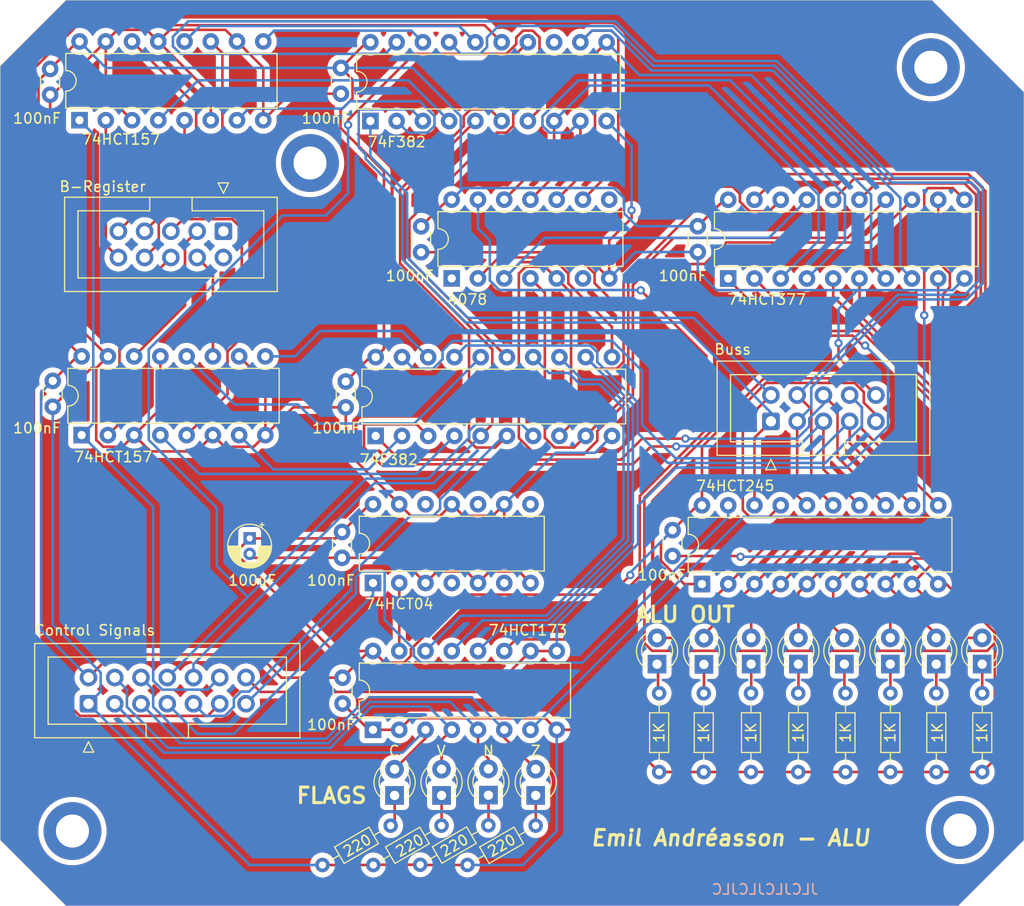
<source format=kicad_pcb>
(kicad_pcb (version 20241229) (generator "pcbnew") (generator_version "9.0")
  (layers (0 "F.Cu" signal) (2 "B.Cu" signal) (13 "F.Paste" user) (15 "B.Paste" user) (5 "F.SilkS" user "F.Silkscreen") (7 "B.SilkS" user "B.Silkscreen") (1 "F.Mask" user) (3 "B.Mask" user) (25 "Edge.Cuts" user))
  (net 0 "")
  (net 1 "/C")
  (net 2 "Net-(D1-K)")
  (net 3 "Net-(D1-A)")
  (net 4 "Net-(D2-A)")
  (net 5 "Net-(D2-K)")
  (net 6 "Net-(D3-A)")
  (net 7 "Net-(D3-K)")
  (net 8 "Net-(D4-K)")
  (net 9 "Net-(D4-A)")
  (net 10 "Net-(D5-A)")
  (net 11 "Net-(D5-K)")
  (net 12 "Net-(D6-A)")
  (net 13 "Net-(D6-K)")
  (net 14 "Net-(D7-K)")
  (net 15 "Net-(D7-A)")
  (net 16 "Net-(D8-K)")
  (net 17 "Net-(D8-A)")
  (net 18 "Net-(J1-Pin_9)")
  (net 19 "Net-(J1-Pin_10)")
  (net 20 "Net-(J1-Pin_7)")
  (net 21 "Net-(J1-Pin_8)")
  (net 22 "Net-(J2-Pin_7)")
  (net 23 "Net-(J2-Pin_8)")
  (net 24 "Net-(J2-Pin_5)")
  (net 25 "Net-(J2-Pin_6)")
  (net 26 "Net-(J2-Pin_4)")
  (net 27 "Net-(J2-Pin_3)")
  (net 28 "/Z")
  (net 29 "Net-(J3-Pin_7)")
  (net 30 "/N")
  (net 31 "Net-(J3-Pin_8)")
  (net 32 "/V")
  (net 33 "Net-(N1-K)")
  (net 34 "Net-(V1-K)")
  (net 35 "Net-(Z1-K)")
  (net 36 "+5V")
  (net 37 "GND")
  (net 38 "Net-(U4-Za)")
  (net 39 "Net-(U4-Zd)")
  (net 40 "Net-(U4-Zc)")
  (net 41 "Net-(U4-Zb)")
  (net 42 "Net-(C11-K)")
  (net 43 "Net-(J1-Pin_13)")
  (net 44 "Net-(J1-Pin_11)")
  (net 45 "Net-(J1-Pin_12)")
  (net 46 "Net-(J1-Pin_14)")
  (net 48 "Net-(J2-Pin_9)")
  (net 49 "Net-(J2-Pin_10)")
  (net 51 "Net-(J3-Pin_2)")
  (net 52 "Net-(J3-Pin_1)")
  (net 53 "Net-(J3-Pin_5)")
  (net 54 "Net-(J3-Pin_6)")
  (net 55 "Net-(J3-Pin_4)")
  (net 56 "Net-(J3-Pin_3)")
  (net 60 "Net-(U10-Mr)")
  (net 63 "Net-(U3-D3)")
  (net 64 "Net-(U3-D0)")
  (net 65 "Net-(U3-D1)")
  (net 66 "Net-(U3-D5)")
  (net 67 "Net-(U3-D6)")
  (net 68 "Net-(U3-D2)")
  (net 69 "Net-(U10-D2)")
  (net 70 "Net-(U10-Cp)")
  (net 71 "Net-(U3-D4)")
  (net 72 "Net-(U5-Zd)")
  (net 73 "Net-(U5-Za)")
  (net 74 "Net-(U5-Zb)")
  (net 75 "Net-(U5-Zc)")
  (net 76 "Net-(U7-Cn)")
  (net 77 "Net-(U10-D1)")
  (net 78 "Net-(U10-D0)")
  (net 80 "Net-(U10-D3)")
  (footprint "LED_THT:LED_D3.0mm" (layer "F.Cu") (at 174.317286 107.2686 90)
    (property "Reference" "D1" (hide yes))
    (property "Value" "LED" (hide yes))
  )
  (footprint "LED_THT:LED_D3.0mm" (layer "F.Cu") (at 178.851186 107.289 90)
    (property "Reference" "D2" (hide yes))
    (property "Value" "LED" (hide yes))
  )
  (footprint "LED_THT:LED_D3.0mm" (layer "F.Cu") (at 183.423186 107.2636 90)
    (property "Reference" "D3" (hide yes))
    (property "Value" "LED" (hide yes))
  )
  (footprint "LED_THT:LED_D3.0mm" (layer "F.Cu") (at 187.995186 107.2636 90)
    (property "Reference" "D4" (hide yes))
    (property "Value" "LED" (hide yes))
  )
  (footprint "LED_THT:LED_D3.0mm" (layer "F.Cu") (at 192.440186 107.2636 90)
    (property "Reference" "D5" (hide yes))
    (property "Value" "LED" (hide yes))
  )
  (footprint "LED_THT:LED_D3.0mm" (layer "F.Cu") (at 196.885186 107.2636 90)
    (property "Reference" "D6" (hide yes))
    (property "Value" "LED" (hide yes))
  )
  (footprint "LED_THT:LED_D3.0mm" (layer "F.Cu") (at 201.330186 107.2636 90)
    (property "Reference" "D7" (hide yes))
    (property "Value" "LED" (hide yes))
  )
  (footprint "LED_THT:LED_D3.0mm" (layer "F.Cu") (at 205.775186 107.2636 90)
    (property "Reference" "D8" (hide yes))
    (property "Value" "LED" (hide yes))
  )
  (footprint "Connector_IDC:IDC-Header_2x05_P2.54mm_Vertical" (layer "F.Cu") (at 132.3516 65.379 -90)
    (property "Reference" "J2" (hide yes))
    (property "Value" "B-Register")
  )
  (footprint "Connector_IDC:IDC-Header_2x05_P2.54mm_Vertical" (layer "F.Cu") (at 185.333072 83.773486 90)
    (property "Reference" "J3" (hide yes))
    (property "Value" "Buss")
  )
  (footprint "Resistor_THT:R_Axial_DIN0204_L3.6mm_D1.6mm_P7.62mm_Horizontal" (layer "F.Cu") (at 174.5156 117.703 90)
    (property "Reference" "R1" (hide yes))
    (property "Value" "1K")
  )
  (footprint "Resistor_THT:R_Axial_DIN0204_L3.6mm_D1.6mm_P7.62mm_Horizontal" (layer "F.Cu") (at 178.8336 117.703 90)
    (property "Reference" "R2" (hide yes))
    (property "Value" "1K")
  )
  (footprint "Resistor_THT:R_Axial_DIN0204_L3.6mm_D1.6mm_P7.62mm_Horizontal" (layer "F.Cu") (at 183.4056 117.703 90)
    (property "Reference" "R3" (hide yes))
    (property "Value" "1K")
  )
  (footprint "Resistor_THT:R_Axial_DIN0204_L3.6mm_D1.6mm_P7.62mm_Horizontal" (layer "F.Cu") (at 187.9776 117.703 90)
    (property "Reference" "R4" (hide yes))
    (property "Value" "1K")
  )
  (footprint "Resistor_THT:R_Axial_DIN0204_L3.6mm_D1.6mm_P7.62mm_Horizontal" (layer "F.Cu") (at 192.5496 117.703 90)
    (property "Reference" "R5" (hide yes))
    (property "Value" "1K")
  )
  (footprint "Resistor_THT:R_Axial_DIN0204_L3.6mm_D1.6mm_P7.62mm_Horizontal" (layer "F.Cu") (at 196.893 117.703 90)
    (property "Reference" "R6" (hide yes))
    (property "Value" "1K")
  )
  (footprint "Resistor_THT:R_Axial_DIN0204_L3.6mm_D1.6mm_P7.62mm_Horizontal" (layer "F.Cu") (at 201.338 117.703 90)
    (property "Reference" "R7" (hide yes))
    (property "Value" "1K")
  )
  (footprint "Resistor_THT:R_Axial_DIN0204_L3.6mm_D1.6mm_P7.62mm_Horizontal" (layer "F.Cu") (at 205.783 117.703 90)
    (property "Reference" "R8" (hide yes))
    (property "Value" "1K")
  )
  (footprint "Package_DIP:DIP-20_W7.62mm" (layer "F.Cu") (at 181.200686 69.951 90)
    (property "Reference" "U3" (hide yes))
    (property "Value" "74HCT377")
  )
  (footprint "Package_DIP:DIP-20_W7.62mm" (layer "F.Cu") (at 178.660686 99.5166 90)
    (property "Reference" "U6" (hide yes))
    (property "Value" "74HCT245")
  )
  (footprint "Package_DIP:DIP-16_W7.62mm" (layer "F.Cu") (at 118.6356 85.104801 90)
    (property "Reference" "U5" (hide yes))
    (property "Value" "74HCT157")
  )
  (footprint "Package_DIP:DIP-16_W7.62mm" (layer "F.Cu") (at 118.4324 54.634802 90)
    (property "Reference" "U4" (hide yes))
    (property "Value" "74HCT157")
  )
  (footprint "Package_DIP:DIP-16_W7.62mm" (layer "F.Cu") (at 146.829599 113.619 90)
    (property "Reference" "U10" (hide yes))
    (property "Value" "74HCT173")
  )
  (footprint "Package_DIP:DIP-20_W7.62mm" (layer "F.Cu") (at 147.0886 85.181 90)
    (property "Reference" "U7" (hide yes))
    (property "Value" "74F382")
  )
  (footprint "Package_DIP:DIP-20_W7.62mm" (layer "F.Cu") (at 146.5756 54.711001 90)
    (property "Reference" "U8" (hide yes))
    (property "Value" "74F382")
  )
  (footprint "Package_DIP:DIP-14_W7.62mm" (layer "F.Cu") (at 154.4446 69.941 90)
    (property "Reference" "U9" (hide yes))
    (property "Value" "4078")
  )
  (footprint "Package_DIP:DIP-14_W7.62mm" (layer "F.Cu") (at 146.8296 99.415 90)
    (property "Reference" "U1" (hide yes))
    (property "Value" "74HCT04")
  )
  (footprint "Connector_IDC:IDC-Header_2x07_P2.54mm_Vertical" (layer "F.Cu") (at 119.3014 111.099 90)
    (property "Reference" "J1" (hide yes))
    (property "Value" "Control Signals")
  )
  (footprint "LED_THT:LED_D3.0mm" (layer "F.Cu") (at 148.917285 119.971443 90)
    (property "Reference" "C11" (hide yes))
    (property "Value" "C")
  )
  (footprint "LED_THT:LED_D3.0mm" (layer "F.Cu") (at 158.000713 119.946043 90)
    (property "Reference" "N1" (hide yes))
    (property "Value" "N")
  )
  (footprint "Resistor_THT:R_Axial_DIN0204_L3.6mm_D1.6mm_P7.62mm_Horizontal" (layer "F.Cu") (at 141.937686 126.702443 30)
    (property "Reference" "R9" (hide yes))
    (property "Value" "220")
  )
  (footprint "Resistor_THT:R_Axial_DIN0204_L3.6mm_D1.6mm_P7.62mm_Horizontal" (layer "F.Cu") (at 146.859885 126.702443 30)
    (property "Reference" "R10" (hide yes))
    (property "Value" "220")
  )
  (footprint "Resistor_THT:R_Axial_DIN0204_L3.6mm_D1.6mm_P7.62mm_Horizontal" (layer "F.Cu") (at 151.396713 126.677043 30)
    (property "Reference" "R11" (hide yes))
    (property "Value" "220")
  )
  (footprint "Resistor_THT:R_Axial_DIN0204_L3.6mm_D1.6mm_P7.62mm_Horizontal" (layer "F.Cu") (at 155.968713 126.7 30)
    (property "Reference" "R12" (hide yes))
    (property "Value" "220")
  )
  (footprint "LED_THT:LED_D3.0mm" (layer "F.Cu") (at 153.463885 119.971443 90)
    (property "Reference" "V1" (hide yes))
    (property "Value" "V")
  )
  (footprint "LED_THT:LED_D3.0mm" (layer "F.Cu") (at 162.572713 119.969 90)
    (property "Reference" "Z1" (hide yes))
    (property "Value" "Z")
  )
  (footprint "Capacitor_THT:C_Disc_D3.0mm_W1.6mm_P2.50mm" (layer "F.Cu") (at 144.193001 79.9178 -90)
    (property "Reference" "C3" (hide yes))
    (property "Value" "100nF")
  )
  (footprint "Capacitor_THT:C_Disc_D3.0mm_W1.6mm_P2.50mm" (layer "F.Cu") (at 143.723 49.571758 -90)
    (property "Reference" "C2" (hide yes))
    (property "Value" "100nF")
  )
  (footprint "Capacitor_THT:C_Disc_D3.0mm_W1.6mm_P2.50mm" (layer "F.Cu") (at 143.883199 108.579 -90)
    (property "Reference" "C8" (hide yes))
    (property "Value" "100nF")
  )
  (footprint "MountingHole:MountingHole_3.2mm_M3_DIN965_Pad" (layer "F.Cu") (at 117.7466 123.418)
    (property "Reference" "H3" (hide yes))
    (property "Value" "MountingHole" (hide yes))
  )
  (footprint "Capacitor_THT:CP_Radial_D4.0mm_P1.50mm" (layer "F.Cu") (at 134.8916 95.097 -90)
    (property "Reference" "C1" (hide yes))
    (property "Value" "100uF")
  )
  (footprint "Capacitor_THT:C_Disc_D3.0mm_W1.6mm_P2.50mm" (layer "F.Cu") (at 115.5876 49.671 -90)
    (property "Reference" "C7" (hide yes))
    (property "Value" "100nF")
  )
  (footprint "Capacitor_THT:C_Disc_D3.0mm_W1.6mm_P2.50mm" (layer "F.Cu") (at 143.8324 94.4766 -90)
    (property "Reference" "C9" (hide yes))
    (property "Value" "100nF")
  )
  (footprint "Capacitor_THT:C_Disc_D3.0mm_W1.6mm_P2.50mm" (layer "F.Cu") (at 175.815886 94.3042 -90)
    (property "Reference" "C6" (hide yes))
    (property "Value" "100nF")
  )
  (footprint "Capacitor_THT:C_Disc_D3.0mm_W1.6mm_P2.50mm" (layer "F.Cu") (at 151.482686 64.911 -90)
    (property "Reference" "C5" (hide yes))
    (property "Value" "100nF")
  )
  (footprint "MountingHole:MountingHole_3.2mm_M3_DIN965_Pad" (layer "F.Cu") (at 200.8046 49.504)
    (property "Reference" "H1" (hide yes))
    (property "Value" "MountingHole" (hide yes))
  )
  (footprint "MountingHole:MountingHole_3.2mm_M3_DIN965_Pad" (layer "F.Cu") (at 203.624 123.3164)
    (property "Reference" "H4" (hide yes))
    (property "Value" "MountingHole" (hide yes))
  )
  (footprint "Capacitor_THT:C_Disc_D3.0mm_W1.6mm_P2.50mm" (layer "F.Cu") (at 115.8416 79.857 -90)
    (property "Reference" "C10" (hide yes))
    (property "Value" "100nF")
  )
  (footprint "MountingHole:MountingHole_3.2mm_M3_DIN965_Pad" (layer "F.Cu") (at 140.7336 58.775)
    (property "Reference" "H2" (hide yes))
    (property "Value" "MountingHole" (hide yes))
  )
  (footprint "Capacitor_THT:C_Disc_D3.0mm_W1.6mm_P2.50mm" (layer "F.Cu") (at 178.254286 64.891 -90)
    (property "Reference" "C4" (hide yes))
    (property "Value" "100nF")
  )
  (gr_line (start 203.4716 130.657) (end 117.1116 130.657) (stroke (width 0.05)) (layer "Edge.Cuts"))
  (gr_line (start 209.8216 51.917) (end 209.8216 124.307) (stroke (width 0.05)) (layer "Edge.Cuts"))
  (gr_line (start 117.1116 43.027) (end 119.6516 43.027) (stroke (width 0.05)) (layer "Edge.Cuts"))
  (gr_line (start 117.1116 130.657) (end 110.7616 124.307) (stroke (width 0.05)) (layer "Edge.Cuts"))
  (gr_line (start 110.7616 124.307) (end 110.7616 49.377) (stroke (width 0.05)) (layer "Edge.Cuts"))
  (gr_line (start 200.9316 43.027) (end 209.8216 51.917) (stroke (width 0.05)) (layer "Edge.Cuts"))
  (gr_line (start 110.7616 49.377) (end 117.1116 43.027) (stroke (width 0.05)) (layer "Edge.Cuts"))
  (gr_line (start 119.6516 43.027) (end 200.9316 43.027) (stroke (width 0.05)) (layer "Edge.Cuts"))
  (gr_line (start 209.8216 124.307) (end 203.4716 130.657) (stroke (width 0.05)) (layer "Edge.Cuts"))
  (gr_text "ALU OUT" (at 177.0556 102.463 0) (layer "F.SilkS") (effects (font (size 1.5 1.5) (thickness 0.3))))
  (gr_text " Emil Andréasson - ALU" (at 180.866114 124.086243 0) (layer "F.SilkS") (effects (font (size 1.5 1.5) (thickness 0.3) (bold yes) (italic yes))))
  (gr_text "FLAGS" (at 142.8218 119.989 0) (layer "F.SilkS") (effects (font (size 1.5 1.5) (thickness 0.3))))
  (gr_text "JLCJLCJLCJLC" (at 190.0096 129.641 0) (layer "B.SilkS") (effects (font (size 1 1)) (justify left bottom mirror)))
  (segment (start 148.917285 117.431443) (end 151.909599 114.439129) (width 0.25) (layer "F.Cu") (net 1))
  (segment (start 151.909599 114.439129) (end 151.909599 113.619) (width 0.25) (layer "F.Cu") (net 1))
  (segment (start 121.8414 111.099) (end 126.5664 115.824) (width 0.25) (layer "B.Cu") (net 1))
  (segment (start 126.5664 115.824) (end 149.704599 115.824) (width 0.25) (layer "B.Cu") (net 1))
  (segment (start 149.704599 115.824) (end 151.909599 113.619) (width 0.25) (layer "B.Cu") (net 1))
  (segment (start 174.411072 109.9306) (end 174.411072 107.268486) (width 0.25) (layer "F.Cu") (net 2))
  (segment (start 174.411072 107.268486) (end 174.406186 107.2636) (width 0.25) (layer "F.Cu") (net 2))
  (segment (start 205.2496 86.207) (end 194.0736 75.031) (width 0.25) (layer "F.Cu") (net 3))
  (segment (start 202.4556 94.335) (end 205.2496 91.541) (width 0.25) (layer "F.Cu") (net 3))
  (segment (start 175.993686 104.7236) (end 174.406186 104.7236) (width 0.25) (layer "F.Cu") (net 3))
  (segment (start 205.2496 91.541) (end 205.2496 86.207) (width 0.25) (layer "F.Cu") (net 3))
  (segment (start 188.820686 75.031) (end 183.740686 69.951) (width 0.25) (layer "F.Cu") (net 3))
  (segment (start 181.200686 99.5166) (end 175.993686 104.7236) (width 0.25) (layer "F.Cu") (net 3))
  (segment (start 181.200686 99.5166) (end 186.382286 94.335) (width 0.25) (layer "F.Cu") (net 3))
  (segment (start 186.382286 94.335) (end 202.4556 94.335) (width 0.25) (layer "F.Cu") (net 3))
  (segment (start 194.0736 75.031) (end 188.820686 75.031) (width 0.25) (layer "F.Cu") (net 3))
  (segment (start 191.360686 71.680276) (end 205.7576 86.07719) (width 0.25) (layer "F.Cu") (net 4))
  (segment (start 205.7576 86.07719) (end 205.7576 91.67081) (width 0.25) (layer "F.Cu") (net 4))
  (segment (start 188.471286 94.786) (end 183.740686 99.5166) (width 0.25) (layer "F.Cu") (net 4))
  (segment (start 183.740686 99.5166) (end 178.851186 104.4061) (width 0.25) (layer "F.Cu") (net 4))
  (segment (start 191.360686 69.951) (end 191.360686 71.680276) (width 0.25) (layer "F.Cu") (net 4))
  (segment (start 178.851186 104.4061) (end 178.851186 104.749) (width 0.25) (layer "F.Cu") (net 4))
  (segment (start 202.64241 94.786) (end 188.471286 94.786) (width 0.25) (layer "F.Cu") (net 4))
  (segment (start 205.7576 91.67081) (end 202.64241 94.786) (width 0.25) (layer "F.Cu") (net 4))
  (segment (start 178.856072 109.9306) (end 178.856072 107.293886) (width 0.25) (layer "F.Cu") (net 5))
  (segment (start 178.856072 107.293886) (end 178.851186 107.289) (width 0.25) (layer "F.Cu") (net 5))
  (segment (start 186.280686 99.5166) (end 190.560286 95.237) (width 0.25) (layer "F.Cu") (net 6))
  (segment (start 190.560286 95.237) (end 202.82922 95.237) (width 0.25) (layer "F.Cu") (net 6))
  (segment (start 183.423186 102.3741) (end 186.280686 99.5166) (width 0.25) (layer "F.Cu") (net 6))
  (segment (start 202.82922 95.237) (end 206.2086 91.85762) (width 0.25) (layer "F.Cu") (net 6))
  (segment (start 206.2086 91.85762) (end 206.2086 85.769) (width 0.25) (layer "F.Cu") (net 6))
  (segment (start 183.423186 104.7236) (end 183.423186 102.3741) (width 0.25) (layer "F.Cu") (net 6))
  (segment (start 206.2086 85.769) (end 193.900686 73.461086) (width 0.25) (layer "F.Cu") (net 6))
  (segment (start 193.900686 73.461086) (end 193.900686 69.951) (width 0.25) (layer "F.Cu") (net 6))
  (segment (start 183.428072 109.9306) (end 183.428072 107.268486) (width 0.25) (layer "F.Cu") (net 7))
  (segment (start 183.428072 107.268486) (end 183.423186 107.2636) (width 0.25) (layer "F.Cu") (net 7))
  (segment (start 188.000072 107.268486) (end 187.995186 107.2636) (width 0.25) (layer "F.Cu") (net 8))
  (segment (start 188.000072 110.0576) (end 188.000072 107.268486) (width 0.25) (layer "F.Cu") (net 8))
  (segment (start 206.6596 85.458) (end 201.520686 80.319086) (width 0.25) (layer "F.Cu") (net 9))
  (segment (start 187.995186 104.7236) (end 187.995186 100.3421) (width 0.25) (layer "F.Cu") (net 9))
  (segment (start 192.649286 95.688) (end 203.01603 95.688) (width 0.25) (layer "F.Cu") (net 9))
  (segment (start 201.520686 80.319086) (end 201.520686 69.951) (width 0.25) (layer "F.Cu") (net 9))
  (segment (start 203.01603 95.688) (end 206.6596 92.04443) (width 0.25) (layer "F.Cu") (net 9))
  (segment (start 187.995186 100.3421) (end 188.820686 99.5166) (width 0.25) (layer "F.Cu") (net 9))
  (segment (start 206.6596 92.04443) (end 206.6596 85.458) (width 0.25) (layer "F.Cu") (net 9))
  (segment (start 188.820686 99.5166) (end 192.649286 95.688) (width 0.25) (layer "F.Cu") (net 9))
  (segment (start 191.360686 103.6441) (end 192.440186 104.7236) (width 0.25) (layer "F.Cu") (net 10))
  (segment (start 202.646686 70.8) (end 202.646686 69.484595) (width 0.25) (layer "F.Cu") (net 10))
  (segment (start 201.520686 68.358595) (end 201.520686 62.331) (width 0.25) (layer "F.Cu") (net 10))
  (segment (start 191.360686 99.5166) (end 191.360686 103.6441) (width 0.25) (layer "F.Cu") (net 10))
  (segment (start 207.1106 85.147) (end 201.971686 80.008086) (width 0.25) (layer "F.Cu") (net 10))
  (segment (start 201.971686 71.475) (end 202.646686 70.8) (width 0.25) (layer "F.Cu") (net 10))
  (segment (start 191.360686 99.5166) (end 194.738286 96.139) (width 0.25) (layer "F.Cu") (net 10))
  (segment (start 202.646686 69.484595) (end 201.520686 68.358595) (width 0.25) (layer "F.Cu") (net 10))
  (segment (start 203.20284 96.139) (end 207.1106 92.23124) (width 0.25) (layer "F.Cu") (net 10))
  (segment (start 194.738286 96.139) (end 203.20284 96.139) (width 0.25) (layer "F.Cu") (net 10))
  (segment (start 207.1106 92.23124) (end 207.1106 85.147) (width 0.25) (layer "F.Cu") (net 10))
  (segment (start 201.971686 80.008086) (end 201.971686 71.475) (width 0.25) (layer "F.Cu") (net 10))
  (segment (start 192.445072 110.0576) (end 192.445072 107.268486) (width 0.25) (layer "F.Cu") (net 11))
  (segment (start 192.445072 107.268486) (end 192.440186 107.2636) (width 0.25) (layer "F.Cu") (net 11))
  (segment (start 202.422686 74.523) (end 205.186686 71.759) (width 0.25) (layer "F.Cu") (net 12))
  (segment (start 196.885186 104.7236) (end 196.885186 102.5011) (width 0.25) (layer "F.Cu") (net 12))
  (segment (start 202.422686 79.821276) (end 202.422686 74.523) (width 0.25) (layer "F.Cu") (net 12))
  (segment (start 196.827286 96.59) (end 203.38965 96.59) (width 0.25) (layer "F.Cu") (net 12))
  (segment (start 204.076091 60.753999) (end 195.477689 60.753999) (width 0.25) (layer "F.Cu") (net 12))
  (segment (start 205.186686 61.864594) (end 204.076091 60.753999) (width 0.25) (layer "F.Cu") (net 12))
  (segment (start 207.5616 84.96019) (end 202.422686 79.821276) (width 0.25) (layer "F.Cu") (net 12))
  (segment (start 193.900686 99.5166) (end 196.827286 96.59) (width 0.25) (layer "F.Cu") (net 12))
  (segment (start 195.477689 60.753999) (end 194.812644 61.419044) (width 0.25) (layer "F.Cu") (net 12))
  (segment (start 205.186686 71.759) (end 205.186686 61.864594) (width 0.25) (layer "F.Cu") (net 12))
  (segment (start 195.026688 61.204999) (end 194.812644 61.419044) (width 0.25) (layer "F.Cu") (net 12))
  (segment (start 203.38965 96.59) (end 207.5616 92.41805) (width 0.25) (layer "F.Cu") (net 12))
  (segment (start 194.812644 61.419044) (end 193.900687 62.331) (width 0.25) (layer "F.Cu") (net 12))
  (segment (start 196.885186 102.5011) (end 193.900686 99.5166) (width 0.25) (layer "F.Cu") (net 12))
  (segment (start 207.5616 92.41805) (end 207.5616 84.96019) (width 0.25) (layer "F.Cu") (net 12))
  (segment (start 196.890072 107.268486) (end 196.885186 107.2636) (width 0.25) (layer "F.Cu") (net 13))
  (segment (start 196.890072 110.0576) (end 196.890072 107.268486) (width 0.25) (layer "F.Cu") (net 13))
  (segment (start 201.335072 107.268486) (end 201.330186 107.2636) (width 0.25) (layer "F.Cu") (net 14))
  (segment (start 201.335072 110.0576) (end 201.335072 107.268486) (width 0.25) (layer "F.Cu") (net 14))
  (segment (start 205.637686 71.94581) (end 205.637686 61.677784) (width 0.25) (layer "F.Cu") (net 15))
  (segment (start 208.0126 84.77338) (end 202.873686 79.634466) (width 0.25) (layer "F.Cu") (net 15))
  (segment (start 202.873686 74.70981) (end 205.637686 71.94581) (width 0.25) (layer "F.Cu") (net 15))
  (segment (start 202.873686 79.634466) (end 202.873686 74.70981) (width 0.25) (layer "F.Cu") (net 15))
  (segment (start 205.637686 61.677784) (end 204.262901 60.302999) (width 0.25) (layer "F.Cu") (net 15))
  (segment (start 204.262901 60.302999) (end 193.388687 60.302999) (width 0.25) (layer "F.Cu") (net 15))
  (segment (start 203.57646 97.041) (end 208.0126 92.60486) (width 0.25) (layer "F.Cu") (net 15))
  (segment (start 196.440686 99.5166) (end 201.330186 104.4061) (width 0.25) (layer "F.Cu") (net 15))
  (segment (start 198.916286 97.041) (end 203.57646 97.041) (width 0.25) (layer "F.Cu") (net 15))
  (segment (start 208.0126 92.60486) (end 208.0126 84.77338) (width 0.25) (layer "F.Cu") (net 15))
  (segment (start 193.388687 60.302999) (end 191.360686 62.331) (width 0.25) (layer "F.Cu") (net 15))
  (segment (start 196.440686 99.5166) (end 198.916286 97.041) (width 0.25) (layer "F.Cu") (net 15))
  (segment (start 201.330186 104.4061) (end 201.330186 104.7236) (width 0.25) (layer "F.Cu") (net 15))
  (segment (start 205.780072 110.0576) (end 205.780072 107.268486) (width 0.25) (layer "F.Cu") (net 16))
  (segment (start 205.780072 107.268486) (end 205.775186 107.2636) (width 0.25) (layer "F.Cu") (net 16))
  (segment (start 206.088686 72.13262) (end 206.088686 61.490974) (width 0.25) (layer "F.Cu") (net 17))
  (segment (start 203.76327 97.492) (end 208.4636 92.79167) (width 0.25) (layer "F.Cu") (net 17))
  (segment (start 186.219689 59.851999) (end 185.541644 60.530044) (width 0.25) (layer "F.Cu") (net 17))
  (segment (start 185.541644 60.530044) (end 183.740687 62.331) (width 0.25) (layer "F.Cu") (net 17))
  (segment (start 201.005286 97.492) (end 203.76327 97.492) (width 0.25) (layer "F.Cu") (net 17))
  (segment (start 204.187686 104.7236) (end 205.775186 104.7236) (width 0.25) (layer "F.Cu") (net 17))
  (segment (start 198.980686 99.5166) (end 201.005286 97.492) (width 0.25) (layer "F.Cu") (net 17))
  (segment (start 203.324686 79.447656) (end 203.324686 74.89662) (width 0.25) (layer "F.Cu") (net 17))
  (segment (start 208.4636 92.79167) (end 208.4636 84.58657) (width 0.25) (layer "F.Cu") (net 17))
  (segment (start 203.324686 74.89662) (end 206.088686 72.13262) (width 0.25) (layer "F.Cu") (net 17))
  (segment (start 204.449711 59.851999) (end 186.219689 59.851999) (width 0.25) (layer "F.Cu") (net 17))
  (segment (start 208.4636 84.58657) (end 203.324686 79.447656) (width 0.25) (layer "F.Cu") (net 17))
  (segment (start 206.088686 61.490974) (end 204.449711 59.851999) (width 0.25) (layer "F.Cu") (net 17))
  (segment (start 185.768688 60.302999) (end 185.541644 60.530044) (width 0.25) (layer "F.Cu") (net 17))
  (segment (start 198.980686 99.5166) (end 204.187686 104.7236) (width 0.25) (layer "F.Cu") (net 17))
  (segment (start 155.6096 54.244596) (end 155.6096 55.199191) (width 0.25) (layer "F.Cu") (net 18))
  (segment (start 155.6096 55.199191) (end 149.454686 61.354105) (width 0.25) (layer "F.Cu") (net 18))
  (segment (start 156.1226 75.18281) (end 156.1226 85.647405) (width 0.25) (layer "F.Cu") (net 18))
  (segment (start 159.2756 54.711001) (end 158.1496 53.585001) (width 0.25) (layer "F.Cu") (net 18))
  (segment (start 156.269195 53.585001) (end 155.6096 54.244596) (width 0.25) (layer "F.Cu") (net 18))
  (segment (start 149.454686 61.354105) (end 149.454686 68.514896) (width 0.25) (layer "F.Cu") (net 18))
  (segment (start 149.454686 68.514896) (end 156.1226 75.18281) (width 0.25) (layer "F.Cu") (net 18))
  (segment (start 158.6626 86.307) (end 159.7886 85.181) (width 0.25) (layer "F.Cu") (net 18))
  (segment (start 158.1496 53.585001) (end 156.269195 53.585001) (width 0.25) (layer "F.Cu") (net 18))
  (segment (start 156.1226 85.647405) (end 156.782195 86.307) (width 0.25) (layer "F.Cu") (net 18))
  (segment (start 156.782195 86.307) (end 158.6626 86.307) (width 0.25) (layer "F.Cu") (net 18))
  (segment (start 134.840516 109.923) (end 144.7276 100.035916) (width 0.25) (layer "B.Cu") (net 18))
  (segment (start 159.471196 85.181) (end 159.7886 85.181) (width 0.25) (layer "B.Cu") (net 18))
  (segment (start 134.054284 109.923) (end 134.840516 109.923) (width 0.25) (layer "B.Cu") (net 18))
  (segment (start 152.664006 92.921) (end 153.323601 92.261405) (width 0.25) (layer "B.Cu") (net 18))
  (segment (start 153.323601 92.261405) (end 153.323601 91.328595) (width 0.25) (layer "B.Cu") (net 18))
  (segment (start 129.4614 111.099) (end 130.6374 112.275) (width 0.25) (layer "B.Cu") (net 18))
  (segment (start 130.6374 112.275) (end 132.488516 112.275) (width 0.25) (layer "B.Cu") (net 18))
  (segment (start 153.323601 91.328595) (end 159.471196 85.181) (width 0.25) (layer "B.Cu") (net 18))
  (segment (start 144.7276 100.035916) (end 144.7276 98.62719) (width 0.25) (layer "B.Cu") (net 18))
  (segment (start 144.7276 98.62719) (end 150.43379 92.921) (width 0.25) (layer "B.Cu") (net 18))
  (segment (start 150.43379 92.921) (end 152.664006 92.921) (width 0.25) (layer "B.Cu") (net 18))
  (segment (start 133.3654 111.398116) (end 133.3654 110.611884) (width 0.25) (layer "B.Cu") (net 18))
  (segment (start 133.3654 110.611884) (end 134.054284 109.923) (width 0.25) (layer "B.Cu") (net 18))
  (segment (start 132.488516 112.275) (end 133.3654 111.398116) (width 0.25) (layer "B.Cu") (net 18))
  (segment (start 149.905686 61.540915) (end 149.905686 68.328086) (width 0.25) (layer "F.Cu") (net 19))
  (segment (start 156.7356 54.711001) (end 149.905686 61.540915) (width 0.25) (layer "F.Cu") (net 19))
  (segment (start 158.3746 84.055) (end 157.2486 85.181) (width 0.25) (layer "F.Cu") (net 19))
  (segment (start 158.3746 76.797) (end 158.3746 84.055) (width 0.25) (layer "F.Cu") (net 19))
  (segment (start 149.905686 68.328086) (end 158.3746 76.797) (width 0.25) (layer "F.Cu") (net 19))
  (segment (start 152.6666 89.763) (end 157.2486 85.181) (width 0.25) (layer "B.Cu") (net 19))
  (segment (start 129.4614 108.559) (end 129.4614 107.255195) (width 0.25) (layer "B.Cu") (net 19))
  (segment (start 129.4614 107.255195) (end 146.953595 89.763) (width 0.25) (layer "B.Cu") (net 19))
  (segment (start 146.953595 89.763) (end 152.6666 89.763) (width 0.25) (layer "B.Cu") (net 19))
  (segment (start 133.3676 114.02) (end 129.8116 114.02) (width 0.25) (layer "B.Cu") (net 20))
  (segment (start 129.8116 113.9892) (end 126.9214 111.099) (width 0.25) (layer "B.Cu") (net 20))
  (segment (start 146.8296 99.415) (end 146.8296 100.558) (width 0.25) (layer "B.Cu") (net 20))
  (segment (start 129.8116 114.02) (end 129.8116 113.9892) (width 0.25) (layer "B.Cu") (net 20))
  (segment (start 146.8296 100.558) (end 133.3676 114.02) (width 0.25) (layer "B.Cu") (net 20))
  (segment (start 150.8176 48.217001) (end 159.742006 48.217001) (width 0.25) (layer "F.Cu") (net 21))
  (segment (start 161.349195 45.965001) (end 162.282005 45.965001) (width 0.25) (layer "F.Cu") (net 21))
  (segment (start 160.6896 47.269407) (end 160.6896 46.624596) (width 0.25) (layer "F.Cu") (net 21))
  (segment (start 162.9416 46.624596) (end 162.9416 53.585001) (width 0.25) (layer "F.Cu") (net 21))
  (segment (start 144.4166 54.618001) (end 150.8176 48.217001) (width 0.25) (layer "F.Cu") (net 21))
  (segment (start 159.742006 48.217001) (end 160.6896 47.269407) (width 0.25) (layer "F.Cu") (net 21))
  (segment (start 144.4166 55.092) (end 144.4166 54.618001) (width 0.25) (layer "F.Cu") (net 21))
  (segment (start 160.6896 46.624596) (end 161.349195 45.965001) (width 0.25) (layer "F.Cu") (net 21))
  (segment (start 162.9416 53.585001) (end 161.8156 54.711001) (width 0.25) (layer "F.Cu") (net 21))
  (segment (start 162.282005 45.965001) (end 162.9416 46.624596) (width 0.25) (layer "F.Cu") (net 21))
  (via (at 144.4166 55.092) (size 0.8) (drill 0.4) (layers "F.Cu" "B.Cu") (net 21))
  (segment (start 156.782195 84.055) (end 161.2026 84.055) (width 0.25) (layer "B.Cu") (net 21))
  (segment (start 125.1296 85.571206) (end 131.7166 92.158206) (width 0.25) (layer "B.Cu") (net 21))
  (segment (start 156.1226 85.359405) (end 156.1226 84.714595) (width 0.25) (layer "B.Cu") (net 21))
  (segment (start 142.2576 63.855) (end 138.078716 63.855) (width 0.25) (layer "B.Cu") (net 21))
  (segment (start 131.7166 92.158206) (end 131.7166 97.764) (width 0.25) (layer "B.Cu") (net 21))
  (segment (start 144.4166 61.696) (end 142.2576 63.855) (width 0.25) (layer "B.Cu") (net 21))
  (segment (start 144.4166 55.092) (end 144.4166 61.696) (width 0.25) (layer "B.Cu") (net 21))
  (segment (start 134.7165 100.7639) (end 146.1684 89.312) (width 0.25) (layer "B.Cu") (net 21))
  (segment (start 131.7166 97.764) (end 134.7165 100.7639) (width 0.25) (layer "B.Cu") (net 21))
  (segment (start 156.1226 84.714595) (end 156.782195 84.055) (width 0.25) (layer "B.Cu") (net 21))
  (segment (start 161.2026 84.055) (end 162.3286 85.181) (width 0.25) (layer "B.Cu") (net 21))
  (segment (start 125.1296 76.804116) (end 125.1296 85.571206) (width 0.25) (layer "B.Cu") (net 21))
  (segment (start 126.9214 108.559) (end 134.7165 100.7639) (width 0.25) (layer "B.Cu") (net 21))
  (segment (start 152.170005 89.312) (end 156.1226 85.359405) (width 0.25) (layer "B.Cu") (net 21))
  (segment (start 138.078716 63.855) (end 125.1296 76.804116) (width 0.25) (layer "B.Cu") (net 21))
  (segment (start 146.1684 89.312) (end 152.170005 89.312) (width 0.25) (layer "B.Cu") (net 21))
  (segment (start 129.7184 53.220802) (end 123.5124 47.014802) (width 0.25) (layer "F.Cu") (net 22))
  (segment (start 129.7184 60.3922) (end 129.7184 53.220802) (width 0.25) (layer "F.Cu") (net 22))
  (segment (start 124.7316 65.379) (end 129.7184 60.3922) (width 0.25) (layer "F.Cu") (net 22))
  (segment (start 132.2584 48.140801) (end 131.132401 47.014802) (width 0.25) (layer "F.Cu") (net 23))
  (segment (start 126.0956 66.554999) (end 126.0956 64.65281) (width 0.25) (layer "F.Cu") (net 23))
  (segment (start 132.2584 58.49001) (end 132.2584 48.140801) (width 0.25) (layer "F.Cu") (net 23))
  (segment (start 126.0956 64.65281) (end 132.2584 58.49001) (width 0.25) (layer "F.Cu") (net 23))
  (segment (start 124.731599 67.919) (end 126.0956 66.554999) (width 0.25) (layer "F.Cu") (net 23))
  (segment (start 128.4476 64.203) (end 133.2076 64.203) (width 0.25) (layer "F.Cu") (net 24))
  (segment (start 132.7496 81.150802) (end 132.435501 81.464901) (width 0.25) (layer "F.Cu") (net 24))
  (segment (start 134.1296 65.125) (end 134.1296 75.638396) (width 0.25) (layer "F.Cu") (net 24))
  (segment (start 132.7496 77.018396) (end 132.7496 81.150802) (width 0.25) (layer "F.Cu") (net 24))
  (segment (start 133.2076 64.203) (end 134.1296 65.125) (width 0.25) (layer "F.Cu") (net 24))
  (segment (start 134.1296 75.638396) (end 132.7496 77.018396) (width 0.25) (layer "F.Cu") (net 24))
  (segment (start 132.435501 81.464901) (end 128.7956 85.104801) (width 0.25) (layer "F.Cu") (net 24))
  (segment (start 132.519401 81.381) (end 132.435501 81.464901) (width 0.25) (layer "F.Cu") (net 24))
  (segment (start 127.2716 65.379) (end 128.4476 64.203) (width 0.25) (layer "F.Cu") (net 24))
  (segment (start 122.301601 72.888999) (end 122.301601 83.9788) (width 0.25) (layer "F.Cu") (net 25))
  (segment (start 122.301601 83.9788) (end 121.1756 85.104801) (width 0.25) (layer "F.Cu") (net 25))
  (segment (start 127.2716 67.919) (end 122.301601 72.888999) (width 0.25) (layer "F.Cu") (net 25))
  (segment (start 131.335601 69.443002) (end 131.335601 77.484801) (width 0.25) (layer "F.Cu") (net 26))
  (segment (start 129.811599 67.919) (end 131.335601 69.443002) (width 0.25) (layer "F.Cu") (net 26))
  (segment (start 128.635599 72.564802) (end 123.7156 77.484801) (width 0.25) (layer "F.Cu") (net 27))
  (segment (start 129.8116 65.379) (end 128.635599 66.555001) (width 0.25) (layer "F.Cu") (net 27))
  (segment (start 128.635599 66.555001) (end 128.635599 72.564802) (width 0.25) (layer "F.Cu") (net 27))
  (segment (start 162.572713 117.429) (end 159.529599 114.385886) (width 0.25) (layer "F.Cu") (net 28))
  (segment (start 159.529599 114.385886) (end 159.529599 113.619) (width 0.25) (layer "F.Cu") (net 28))
  (segment (start 142.3146 114.471) (end 146.3216 110.464) (width 0.25) (layer "B.Cu") (net 28))
  (segment (start 128.630284 114.471) (end 142.3146 114.471) (width 0.25) (layer "B.Cu") (net 28))
  (segment (start 146.3216 110.464) (end 156.374599 110.464) (width 0.25) (layer "B.Cu") (net 28))
  (segment (start 125.5574 109.735) (end 125.5574 111.398116) (width 0.25) (layer "B.Cu") (net 28))
  (segment (start 156.374599 110.464) (end 159.529599 113.619) (width 0.25) (layer "B.Cu") (net 28))
  (segment (start 125.5574 111.398116) (end 128.630284 114.471) (width 0.25) (layer "B.Cu") (net 28))
  (segment (start 124.3814 108.559) (end 125.5574 109.735) (width 0.25) (layer "B.Cu") (net 28))
  (segment (start 192.953072 85.868986) (end 192.953072 83.773486) (width 0.25) (layer "F.Cu") (net 29))
  (segment (start 198.980686 91.8966) (end 192.953072 85.868986) (width 0.25) (layer "F.Cu") (net 29))
  (segment (start 172.8776 78.897594) (end 172.8776 84.109639) (width 0.25) (layer "B.Cu") (net 29))
  (segment (start 154.5126 75.984) (end 169.964006 75.984) (width 0.25) (layer "B.Cu") (net 29))
  (segment (start 149.628601 77.561) (end 150.754601 78.687) (width 0.25) (layer "B.Cu") (net 29))
  (segment (start 150.754601 78.687) (end 152.635005 78.687) (width 0.25) (layer "B.Cu") (net 29))
  (segment (start 153.5606 76.936) (end 154.5126 75.984) (width 0.25) (layer "B.Cu") (net 29))
  (segment (start 189.379558 87.347) (end 192.953072 83.773486) (width 0.25) (layer "B.Cu") (net 29))
  (segment (start 169.964006 75.984) (end 172.8776 78.897594) (width 0.25) (layer "B.Cu") (net 29))
  (segment (start 152.635005 78.687) (end 153.5606 77.761405) (width 0.25) (layer "B.Cu") (net 29))
  (segment (start 172.8776 84.109639) (end 176.114961 87.347) (width 0.25) (layer "B.Cu") (net 29))
  (segment (start 153.5606 77.761405) (end 153.5606 76.936) (width 0.25) (layer "B.Cu") (net 29))
  (segment (start 176.114961 87.347) (end 189.379558 87.347) (width 0.25) (layer "B.Cu") (net 29))
  (segment (start 158.000713 117.406043) (end 158.000713 116.417886) (width 0.25) (layer "F.Cu") (net 30))
  (segment (start 158.000713 116.417886) (end 156.989599 115.406772) (width 0.25) (layer "F.Cu") (net 30))
  (segment (start 156.989599 115.406772) (end 156.989599 113.619) (width 0.25) (layer "F.Cu") (net 30))
  (segment (start 142.50141 114.922) (end 146.50841 110.915) (width 0.25) (layer "B.Cu") (net 30))
  (segment (start 146.50841 110.915) (end 154.285599 110.915) (width 0.25) (layer "B.Cu") (net 30))
  (segment (start 124.3814 111.099) (end 128.2044 114.922) (width 0.25) (layer "B.Cu") (net 30))
  (segment (start 128.2044 114.922) (end 142.50141 114.922) (width 0.25) (layer "B.Cu") (net 30))
  (segment (start 154.285599 110.915) (end 156.989599 113.619) (width 0.25) (layer "B.Cu") (net 30))
  (segment (start 194.129072 82.409486) (end 192.953072 81.233486) (width 0.25) (layer "F.Cu") (net 31))
  (segment (start 194.129072 84.504985) (end 194.129072 82.409486) (width 0.25) (layer "F.Cu") (net 31))
  (segment (start 201.520686 91.896599) (end 194.129072 84.504985) (width 0.25) (layer "F.Cu") (net 31))
  (segment (start 168.5346 77.094595) (end 167.875005 76.435) (width 0.25) (layer "B.Cu") (net 31))
  (segment (start 190.591674 87.798) (end 175.3446 87.798) (width 0.25) (layer "B.Cu") (net 31))
  (segment (start 172.4266 81.919405) (end 168.5346 78.027405) (width 0.25) (layer "B.Cu") (net 31))
  (segment (start 175.3446 87.798) (end 172.4266 84.88) (width 0.25) (layer "B.Cu") (net 31))
  (segment (start 155.834601 76.435) (end 154.708601 77.561) (width 0.25) (layer "B.Cu") (net 31))
  (segment (start 167.875005 76.435) (end 155.834601 76.435) (width 0.25) (layer "B.Cu") (net 31))
  (segment (start 194.129072 82.409486) (end 194.129072 84.260602) (width 0.25) (layer "B.Cu") (net 31))
  (segment (start 168.5346 78.027405) (end 168.5346 77.094595) (width 0.25) (layer "B.Cu") (net 31))
  (segment (start 172.4266 84.88) (end 172.4266 81.919405) (width 0.25) (layer "B.Cu") (net 31))
  (segment (start 194.129072 84.260602) (end 190.591674 87.798) (width 0.25) (layer "B.Cu") (net 31))
  (segment (start 192.953072 81.233486) (end 194.129072 82.409486) (width 0.25) (layer "B.Cu") (net 31))
  (segment (start 153.463885 114.604714) (end 154.449599 113.619) (width 0.25) (layer "F.Cu") (net 32))
  (segment (start 153.463885 117.431443) (end 153.463885 114.604714) (width 0.25) (layer "F.Cu") (net 32))
  (segment (start 142.68822 115.373) (end 146.69522 111.366) (width 0.25) (layer "B.Cu") (net 32))
  (segment (start 126.992284 115.373) (end 142.68822 115.373) (width 0.25) (layer "B.Cu") (net 32))
  (segment (start 152.196599 111.366) (end 154.449599 113.619) (width 0.25) (layer "B.Cu") (net 32))
  (segment (start 121.8414 108.559) (end 123.0174 109.735) (width 0.25) (layer "B.Cu") (net 32))
  (segment (start 146.69522 111.366) (end 152.196599 111.366) (width 0.25) (layer "B.Cu") (net 32))
  (segment (start 123.0174 111.398116) (end 126.992284 115.373) (width 0.25) (layer "B.Cu") (net 32))
  (segment (start 123.0174 109.735) (end 123.0174 111.398116) (width 0.25) (layer "B.Cu") (net 32))
  (segment (start 158.005599 122.994043) (end 158.005599 119.950929) (width 0.25) (layer "F.Cu") (net 33))
  (segment (start 153.468771 123.019443) (end 153.468771 119.976329) (width 0.25) (layer "F.Cu") (net 34))
  (segment (start 162.577599 123.017) (end 162.577599 119.973886) (width 0.25) (layer "F.Cu") (net 35))
  (segment (start 184.845956 80.057486) (end 178.660686 86.242756) (width 0.25) (layer "F.Cu") (net 36))
  (segment (start 143.883199 108.579) (end 146.463199 105.999) (width 0.25) (layer "F.Cu") (net 36))
  (segment (start 176.935881 99.5166) (end 174.689886 97.270605) (width 0.25) (layer "F.Cu") (net 36))
  (segment (start 154.072686 62.321) (end 154.4446 62.321) (width 0.25) (layer "F.Cu") (net 36))
  (segment (start 180.814286 62.331) (end 181.200686 62.331) (width 0.25) (layer "F.Cu") (net 36))
  (segment (start 147.955599 107.125) (end 149.836005 107.125) (width 0.25) (layer "F.Cu") (net 36))
  (segment (start 115.5876 49.671) (end 114.4616 50.797) (width 0.25) (layer "F.Cu") (net 36))
  (segment (start 115.8416 79.857) (end 118.213799 77.484801) (width 0.25) (layer "F.Cu") (net 36))
  (segment (start 119.3014 108.559) (end 121.5239 106.3365) (width 0.25) (layer "F.Cu") (net 36))
  (segment (start 150.4956 105.820594) (end 155.775194 100.541) (width 0.25) (layer "F.Cu") (net 36))
  (segment (start 155.775194 100.541) (end 169.8336 100.541) (width 0.25) (layer "F.Cu") (net 36))
  (segment (start 178.660686 99.5166) (end 176.935881 99.5166) (width 0.25) (layer "F.Cu") (net 36))
  (segment (start 169.8336 100.541) (end 171.7216 98.653) (width 0.25) (layer "F.Cu") (net 36))
  (segment (start 150.4956 106.465405) (end 150.4956 105.820594) (width 0.25) (layer "F.Cu") (net 36))
  (segment (start 195.493072 83.773486) (end 195.493072 83.135676) (width 0.25) (layer "F.Cu") (net 36))
  (segment (start 144.849 52.538163) (end 144.849 50.697758) (width 0.25) (layer "F.Cu") (net 36))
  (segment (start 147.888599 59.590719) (end 143.6906 55.39272) (width 0.25) (layer "F.Cu") (net 36))
  (segment (start 175.815886 94.3042) (end 178.223486 91.8966) (width 0.25) (layer "F.Cu") (net 36))
  (segment (start 174.689886 97.270605) (end 174.689886 95.4302) (width 0.25) (layer "F.Cu") (net 36))
  (segment (start 143.723 49.571758) (end 146.203757 47.091001) (width 0.25) (layer "F.Cu") (net 36))
  (segment (start 147.0886 77.561) (end 147.888599 76.761001) (width 0.25) (layer "F.Cu") (net 36))
  (segment (start 195.493072 83.135676) (end 194.315882 81.958486) (width 0.25) (layer "F.Cu") (net 36))
  (segment (start 151.482686 64.911) (end 154.072686 62.321) (width 0.25) (layer "F.Cu") (net 36))
  (segment (start 143.6906 55.39272) (end 143.6906 53.696563) (width 0.25) (layer "F.Cu") (net 36))
  (segment (start 137.9596 108.579) (end 143.883199 108.579) (width 0.25) (layer "F.Cu") (net 36))
  (segment (start 146.549801 77.561) (end 147.0886 77.561) (width 0.25) (layer "F.Cu") (net 36))
  (segment (start 194.315882 80.93318) (end 193.440188 80.057486) (width 0.25) (layer "F.Cu") (net 36))
  (segment (start 193.440188 80.057486) (end 184.845956 80.057486) (width 0.25) (layer "F.Cu") (net 36))
  (segment (start 178.660686 86.242756) (end 178.660686 91.8966) (width 0.25) (layer "F.Cu") (net 36))
  (segment (start 144.193001 79.9178) (end 146.549801 77.561) (width 0.25) (layer "F.Cu") (net 36))
  (segment (start 143.212 95.097) (end 143.8324 94.4766) (width 0.25) (layer "F.Cu") (net 36))
  (segment (start 134.8916 95.097) (end 143.212 95.097) (width 0.25) (layer "F.Cu") (net 36))
  (segment (start 149.836005 107.125) (end 150.4956 106.465405) (width 0.25) (layer "F.Cu") (net 36))
  (segment (start 146.829599 105.999) (end 147.955599 107.125) (width 0.25) (layer "F.Cu") (net 36))
  (segment (start 194.315882 81.958486) (end 194.315882 80.93318) (width 0.25) (layer "F.Cu") (net 36))
  (segment (start 146.463199 105.999) (end 146.829599 105.999) (width 0.25) (layer "F.Cu") (net 36))
  (segment (start 114.4616 50.797) (end 114.4616 73.310801) (width 0.25) (layer "F.Cu") (net 36))
  (segment (start 133.9656 96.980562) (end 142.984038 105.999) (width 0.25) (layer "F.Cu") (net 36))
  (segment (start 178.223486 91.8966) (end 178.660686 91.8966) (width 0.25) (layer "F.Cu") (net 36))
  (segment (start 147.888599 76.761001) (end 147.888599 59.590719) (width 0.25) (layer "F.Cu") (net 36))
  (segment (start 135.7171 106.3365) (end 137.9596 108.579) (width 0.25) (layer "F.Cu") (net 36))
  (segment (start 174.689886 95.4302) (end 175.815886 94.3042) (width 0.25) (layer "F.Cu") (net 36))
  (segment (start 133.9656 96.023) (end 133.9656 96.980562) (width 0.25) (layer "F.Cu") (net 36))
  (segment (start 144.849 50.697758) (end 143.723 49.571758) (width 0.25) (layer "F.Cu") (net 36))
  (segment (start 114.4616 73.310801) (end 118.6356 77.484801) (width 0.25) (layer "F.Cu") (net 36))
  (segment (start 143.6906 53.696563) (end 144.849 52.538163) (width 0.25) (layer "F.Cu") (net 36))
  (segment (start 134.8916 95.097) (end 133.9656 96.023) (width 0.25) (layer "F.Cu") (net 36))
  (segment (start 118.243798 47.014802) (end 118.4324 47.014802) (width 0.25) (layer "F.Cu") (net 36))
  (segment (start 121.5239 106.3365) (end 135.7171 106.3365) (width 0.25) (layer "F.Cu") (net 36))
  (segment (start 146.203757 47.091001) (end 146.5756 47.091001) (width 0.25) (layer "F.Cu") (net 36))
  (segment (start 142.984038 105.999) (end 146.829599 105.999) (width 0.25) (layer "F.Cu") (net 36))
  (segment (start 146.514 91.795) (end 146.8296 91.795) (width 0.25) (layer "F.Cu") (net 36))
  (segment (start 178.254286 64.891) (end 180.814286 62.331) (width 0.25) (layer "F.Cu") (net 36))
  (segment (start 143.8324 94.4766) (end 146.514 91.795) (width 0.25) (layer "F.Cu") (net 36))
  (segment (start 118.213799 77.484801) (end 118.6356 77.484801) (width 0.25) (layer "F.Cu") (net 36))
  (segment (start 115.5876 49.671) (end 118.243798 47.014802) (width 0.25) (layer "F.Cu") (net 36))
  (via (at 143.723 49.571758) (size 0.8) (drill 0.4) (layers "F.Cu" "B.Cu") (net 36))
  (via (at 171.7216 98.653) (size 0.8) (drill 0.4) (layers "F.Cu" "B.Cu") (net 36))
  (segment (start 114.7156 80.983) (end 115.8416 79.857) (width 0.25) (layer "B.Cu") (net 36))
  (segment (start 154.4446 62.321) (end 155.3216 61.444) (width 0.25) (layer "B.Cu") (net 36))
  (segment (start 154.4446 62.321) (end 155.5706 61.195) (width 0.25) (layer "B.Cu") (net 36))
  (segment (start 119.3014 108.559) (end 114.7156 103.9732) (width 0.25) (layer "B.Cu") (net 36))
  (segment (start 171.1226 62.166595) (end 171.1226 63.64772) (width 0.25) (layer "B.Cu") (net 36))
  (segment (start 172.36588 64.891) (end 178.254286 64.891) (width 0.25) (layer "B.Cu") (net 36))
  (segment (start 155.3216 61.444) (end 155.3216 54.244596) (width 0.25) (layer "B.Cu") (net 36))
  (segment (start 118.4324 47.014802) (end 120.989356 49.571758) (width 0.25) (layer "B.Cu") (net 36))
  (segment (start 155.5706 61.195) (end 170.151005 61.195) (width 0.25) (layer "B.Cu") (net 36))
  (segment (start 171.7216 98.653) (end 171.7216 98.398486) (width 0.25) (layer "B.Cu") (net 36))
  (segment (start 171.1226 63.64772) (end 172.36588 64.891) (width 0.25) (layer "B.Cu") (net 36))
  (segment (start 114.7156 103.9732) (end 114.7156 80.983) (width 0.25) (layer "B.Cu") (net 36))
  (segment (start 171.7216 98.398486) (end 175.815886 94.3042) (width 0.25) (layer "B.Cu") (net 36))
  (segment (start 120.989356 49.571758) (end 143.723 49.571758) (width 0.25) (layer "B.Cu") (net 36))
  (segment (start 150.648762 49.571758) (end 143.723 49.571758) (width 0.25) (layer "B.Cu") (net 36))
  (segment (start 170.151005 61.195) (end 171.1226 62.166595) (width 0.25) (layer "B.Cu") (net 36))
  (segment (start 155.3216 54.244596) (end 150.648762 49.571758) (width 0.25) (layer "B.Cu") (net 36))
  (segment (start 132.5464 45.888802) (end 133.6724 47.014802) (width 0.25) (layer "F.Cu") (net 37))
  (segment (start 124.926401 45.888802) (end 126.052401 47.014802) (width 0.25) (layer "F.Cu") (net 37))
  (segment (start 155.575601 92.921) (end 158.403601 92.921) (width 0.25) (layer "F.Cu") (net 37))
  (segment (start 143.8324 96.9766) (end 135.2712 96.9766) (width 0.25) (layer "F.Cu") (net 37))
  (segment (start 131.1324 52.094801) (end 126.052401 47.014802) (width 0.25) (layer "F.Cu") (net 37))
  (segment (start 146.859885 126.702443) (end 142.313285 126.702443) (width 0.25) (layer "F.Cu") (net 37))
  (segment (start 120.0496 85.571206) (end 120.0496 78.610802) (width 0.25) (layer "F.Cu") (net 37))
  (segment (start 169.6846 69.941) (end 167.1546 67.411) (width 0.25) (layer "F.Cu") (net 37))
  (segment (start 149.369601 91.795) (end 150.495601 92.921) (width 0.25) (layer "F.Cu") (net 37))
  (segment (start 138.775444 52.071758) (end 136.2124 54.634802) (width 0.25) (layer "F.Cu") (net 37))
  (segment (start 146.829599 113.619) (end 149.369599 113.619) (width 0.25) (layer "F.Cu") (net 37))
  (segment (start 135.2896 86.230801) (end 136.4156 85.104801) (width 0.25) (layer "F.Cu") (net 37))
  (segment (start 119.587798 78.610802) (end 120.0496 78.610802) (width 0.25) (layer "F.Cu") (net 37))
  (segment (start 136.4156 85.104801) (end 136.4156 80.024801) (width 0.25) (layer "F.Cu") (net 37))
  (segment (start 146.885285 126.677043) (end 146.859885 126.702443) (width 0.25) (layer "F.Cu") (net 37))
  (segment (start 123.7156 85.104801) (end 125.2926 86.681801) (width 0.25) (layer "F.Cu") (net 37))
  (segment (start 132.4616 86.230801) (end 135.2896 86.230801) (width 0.25) (layer "F.Cu") (net 37))
  (segment (start 207.001186 116.484814) (end 205.783 117.703) (width 0.25) (layer "F.Cu") (net 37))
  (segment (start 143.883199 111.079) (end 146.423199 113.619) (width 0.25) (layer "F.Cu") (net 37))
  (segment (start 153.0356 98.289) (end 151.9096 99.415) (width 0.25) (layer "F.Cu") (net 37))
  (segment (start 155.968713 126.7) (end 151.41967 126.7) (width 0.25) (layer "F.Cu") (net 37))
  (segment (start 160.9436 98.289) (end 158.1156 98.289) (width 0.25) (layer "F.Cu") (net 37))
  (segment (start 207.001186 105.231426) (end 207.001186 104.215774) (width 0.25) (layer "F.Cu") (net 37))
  (segment (start 135.2712 96.9766) (end 134.8916 96.597) (width 0.25) (layer "F.Cu") (net 37))
  (segment (start 174.5156 117.703) (end 170.4316 113.619) (width 0.25) (layer "F.Cu") (net 37))
  (segment (start 120.709195 86.230801) (end 120.0496 85.571206) (width 0.25) (layer "F.Cu") (net 37))
  (segment (start 144.193001 82.4178) (end 144.193001 86.6184) (width 0.25) (layer "F.Cu") (net 37))
  (segment (start 182.3188 96.8042) (end 182.3896 96.875) (width 0.25) (layer "F.Cu") (net 37))
  (segment (start 115.8416 82.357) (end 119.587798 78.610802) (width 0.25) (layer "F.Cu") (net 37))
  (segment (start 201.338 117.703) (end 205.783 117.703) (width 0.25) (layer "F.Cu") (net 37))
  (segment (start 173.091286 105.236426) (end 173.82986 105.975) (width 0.25) (layer "F.Cu") (net 37))
  (segment (start 193.866072 79.606486) (end 184.659146 79.606486) (width 0.25) (layer "F.Cu") (net 37))
  (segment (start 127.178401 45.888802) (end 132.5464 45.888802) (width 0.25) (layer "F.Cu") (net 37))
  (segment (start 178.8336 117.703) (end 183.4056 117.703) (width 0.25) (layer "F.Cu") (net 37))
  (segment (start 146.423199 113.619) (end 146.829599 113.619) (width 0.25) (layer "F.Cu") (net 37))
  (segment (start 207.001186 104.215774) (end 207.001186 116.484814) (width 0.25) (layer "F.Cu") (net 37))
  (segment (start 143.723 52.071758) (end 138.775444 52.071758) (width 0.25) (layer "F.Cu") (net 37))
  (segment (start 115.5876 52.171) (end 115.5876 71.8968) (width 0.25) (layer "F.Cu") (net 37))
  (segment (start 158.1156 98.289) (end 156.9896 99.415) (width 0.25) (layer "F.Cu") (net 37))
  (segment (start 126.255601 82.5648) (end 123.7156 85.104801) (width 0.25) (layer "F.Cu") (net 37))
  (segment (start 149.4712 96.9766) (end 151.9096 99.415) (width 0.25) (layer "F.Cu") (net 37))
  (segment (start 129.7586 86.681801) (end 131.3356 85.104801) (width 0.25) (layer "F.Cu") (net 37))
  (segment (start 187.9776 117.703) (end 192.5496 117.703) (width 0.25) (layer "F.Cu") (net 37))
  (segment (start 184.659146 79.606486) (end 173.091286 91.174346) (width 0.25) (layer "F.Cu") (net 37))
  (segment (start 169.6846 66.273) (end 169.6846 69.941) (width 0.25) (layer "F.Cu") (net 37))
  (segment (start 164.609599 113.619) (end 163.483599 112.493) (width 0.25) (layer "F.Cu") (net 37))
  (segment (start 163.483599 112.493) (end 150.495599 112.493) (width 0.25) (layer "F.Cu") (net 37))
  (segment (start 126.052401 47.014802) (end 127.178401 45.888802) (width 0.25) (layer "F.Cu") (net 37))
  (segment (start 162.0696 99.415) (end 160.9436 98.289) (width 0.25) (layer "F.Cu") (net 37))
  (segment (start 191.874254 77.614668) (end 193.866072 79.606486) (width 0.25) (layer "F.Cu") (net 37))
  (segment (start 136.4156 80.024801) (end 133.8756 77.484801) (width 0.25) (layer "F.Cu") (net 37))
  (segment (start 150.495599 112.493) (end 149.369599 113.619) (width 0.25) (layer "F.Cu") (net 37))
  (segment (start 136.2124 49.554802) (end 133.6724 47.014802) (width 0.25) (layer "F.Cu") (net 37))
  (segment (start 144.193001 82.4178) (end 139.102601 82.4178) (width 0.25) (layer "F.Cu") (net 37))
  (segment (start 123.7156 85.104801) (end 122.5896 86.230801) (width 0.25) (layer "F.Cu") (net 37))
  (segment (start 159.529601 91.795) (end 159.529601 96.875001) (width 0.25) (layer "F.Cu") (net 37))
  (segment (start 120.972401 47.014802) (end 115.816203 52.171) (width 0.25) (layer "F.Cu") (net 37))
  (segment (start 120.0496 78.610802) (end 121.175601 77.484801) (width 0.25) (layer "F.Cu") (net 37))
  (segment (start 153.323601 92.921) (end 154.449601 91.795) (width 0.25) (layer "F.Cu") (net 37))
  (segment (start 144.193001 86.6184) (end 149.369601 91.795) (width 0.25) (layer "F.Cu") (net 37))
  (segment (start 131.1324 54.634802) (end 131.1324 52.094801) (width 0.25) (layer "F.Cu") (net 37))
  (segment (start 201.520686 99.5166) (end 202.302012 99.5166) (width 0.25) (layer "F.Cu") (net 37))
  (segment (start 173.091286 91.174346) (end 173.091286 105.236426) (width 0.25) (layer "F.Cu") (net 37))
  (segment (start 159.529601 96.875001) (end 162.0696 99.415) (width 0.25) (layer "F.Cu") (net 37))
  (segment (start 115.816203 52.171) (end 115.5876 52.171) (width 0.25) (layer "F.Cu") (net 37))
  (segment (start 192.5496 117.703) (end 196.893 117.703) (width 0.25) (layer "F.Cu") (net 37))
  (segment (start 143.8324 96.9766) (end 149.4712 96.9766) (width 0.25) (layer "F.Cu") (net 37))
  (segment (start 158.403601 92.921) (end 159.529601 91.795) (width 0.25) (layer "F.Cu") (net 37))
  (segment (start 151.41967 126.7) (end 151.396713 126.677043) (width 0.25) (layer "F.Cu") (net 37))
  (segment (start 191.874254 76.206999) (end 191.874254 77.614668) (width 0.25) (layer "F.Cu") (net 37))
  (segment (start 120.972401 47.014802) (end 120.972401 52.094803) (width 0.25) (layer "F.Cu") (net 37))
  (segment (start 195.493072 81.233486) (end 193.866072 79.606486) (width 0.25) (layer "F.Cu") (net 37))
  (segment (start 120.972401 47.014802) (end 122.098401 45.888802) (width 0.25) (layer "F.Cu") (net 37))
  (segment (start 125.2926 86.681801) (end 129.7586 86.681801) (width 0.25) (layer "F.Cu") (net 37))
  (segment (start 126.255601 77.484801) (end 126.255601 82.5648) (width 0.25) (layer "F.Cu") (net 37))
  (segment (start 202.302012 99.5166) (end 207.001186 104.215774) (width 0.25) (layer "F.Cu") (net 37))
  (segment (start 173.82986 105.975) (end 206.257612 105.975) (width 0.25) (layer "F.Cu") (net 37))
  (segment (start 171.8486 64.109) (end 169.6846 66.273) (width 0.25) (layer "F.Cu") (net 37))
  (segment (start 115.5876 71.8968) (end 121.175601 77.484801) (width 0.25) (layer "F.Cu") (net 37))
  (segment (start 156.9896 99.415) (end 155.8636 98.289) (width 0.25) (layer "F.Cu") (net 37))
  (segment (start 206.257612 105.975) (end 207.001186 105.231426) (width 0.25) (layer "F.Cu") (net 37))
  (segment (start 139.102601 82.4178) (end 136.4156 85.104801) (width 0.25) (layer "F.Cu") (net 37))
  (segment (start 151.396713 126.677043) (end 146.885285 126.677043) (width 0.25) (layer "F.Cu") (net 37))
  (segment (start 120.972401 52.094803) (end 123.5124 54.634802) (width 0.25) (layer "F.Cu") (net 37))
  (segment (start 174.5156 117.703) (end 178.8336 117.703) (width 0.25) (layer "F.Cu") (net 37))
  (segment (start 155.8636 98.289) (end 153.0356 98.289) (width 0.25) (layer "F.Cu") (net 37))
  (segment (start 171.8486 63.347) (end 171.8486 64.109) (width 0.25) (layer "F.Cu") (net 37))
  (segment (start 175.815886 96.8042) (end 182.3188 96.8042) (width 0.25) (layer "F.Cu") (net 37))
  (segment (start 122.098401 45.888802) (end 124.926401 45.888802) (width 0.25) (layer "F.Cu") (net 37))
  (segment (start 150.495601 92.921) (end 153.323601 92.921) (width 0.25) (layer "F.Cu") (net 37))
  (segment (start 131.3356 85.104801) (end 132.4616 86.230801) (width 0.25) (layer "F.Cu") (net 37))
  (segment (start 122.5896 86.230801) (end 120.709195 86.230801) (width 0.25) (layer "F.Cu") (net 37))
  (segment (start 167.1546 67.411) (end 151.482686 67.411) (width 0.25) (layer "F.Cu") (net 37))
  (segment (start 183.4056 117.703) (end 187.9776 117.703) (width 0.25) (layer "F.Cu") (net 37))
  (segment (start 170.4316 113.619) (end 164.609599 113.619) (width 0.25) (layer "F.Cu") (net 37))
  (segment (start 196.893 117.703) (end 201.338 117.703) (width 0.25) (layer "F.Cu") (net 37))
  (segment (start 136.2124 54.634802) (end 136.2124 49.554802) (width 0.25) (layer "F.Cu") (net 37))
  (segment (start 154.449601 91.795) (end 155.575601 92.921) (width 0.25) (layer "F.Cu") (net 37))
  (via (at 171.8486 63.347) (size 0.8) (drill 0.4) (layers "F.Cu" "B.Cu") (net 37))
  (via (at 191.874254 76.206999) (size 0.8) (drill 0.4) (layers "F.Cu" "B.Cu") (net 37))
  (via (at 182.3896 96.875) (size 0.8) (drill 0.4) (layers "F.Cu" "B.Cu") (net 37))
  (segment (start 182.3896 96.875) (end 198.879086 96.875) (width 0.25) (layer "B.Cu") (net 37))
  (segment (start 180.074686 71.077) (end 178.254286 69.2566) (width 0.25) (layer "B.Cu") (net 37))
  (segment (start 120.4774 108.071884) (end 115.8416 103.436084) (width 0.25) (layer "B.Cu") (net 37))
  (segment (start 169.4356 54.711001) (end 171.8486 57.124001) (width 0.25) (layer "B.Cu") (net 37))
  (segment (start 191.874254 72.912346) (end 191.874254 76.206999) (width 0.25) (layer "B.Cu") (net 37))
  (segment (start 164.509601 86.815) (end 168.3146 86.815) (width 0.25) (layer "B.Cu") (net 37))
  (segment (start 204.060686 69.951) (end 202.934686 71.077) (width 0.25) (layer "B.Cu") (net 37))
  (segment (start 193.7096 71.077) (end 192.1686 72.618) (width 0.25) (layer "B.Cu") (net 37))
  (segment (start 171.8486 57.124001) (end 171.8486 63.347) (width 0.25) (layer "B.Cu") (net 37))
  (segment (start 193.7096 71.077) (end 180.074686 71.077) (width 0.25) (layer "B.Cu") (net 37))
  (segment (start 168.3146 86.815) (end 169.9486 85.181) (width 0.25) (layer "B.Cu") (net 37))
  (segment (start 172.2346 67.391) (end 169.6846 69.941) (width 0.25) (layer "B.Cu") (net 37))
  (segment (start 164.609599 113.619) (end 164.609599 123.418001) (width 0.25) (layer "B.Cu") (net 37))
  (segment (start 120.4774 109.923) (end 120.4774 108.071884) (width 0.25) (layer "B.Cu") (net 37))
  (segment (start 141.937686 126.702443) (end 134.904843 126.702443) (width 0.25) (layer "B.Cu") (net 37))
  (segment (start 115.8416 103.436084) (end 115.8416 82.357) (width 0.25) (layer "B.Cu") (net 37))
  (segment (start 159.529601 91.795) (end 164.509601 86.815) (width 0.25) (layer "B.Cu") (net 37))
  (segment (start 164.609599 123.418001) (end 161.3276 126.7) (width 0.25) (layer "B.Cu") (net 37))
  (segment (start 202.934686 71.077) (end 193.7096 71.077) (width 0.25) (layer "B.Cu") (net 37))
  (segment (start 134.904843 126.702443) (end 119.3014 111.099) (width 0.25) (layer "B.Cu") (net 37))
  (segment (start 161.3276 126.7) (end 155.968713 126.7) (width 0.25) (layer "B.Cu") (net 37))
  (segment (start 178.254286 67.391) (end 172.2346 67.391) (width 0.25) (layer "B.Cu") (net 37))
  (segment (start 198.879086 96.875) (end 201.520686 99.5166) (width 0.25) (layer "B.Cu") (net 37))
  (segment (start 119.3014 111.099) (end 120.4774 109.923) (width 0.25) (layer "B.Cu") (net 37))
  (segment (start 192.1686 72.618) (end 191.874254 72.912346) (width 0.25) (layer "B.Cu") (net 37))
  (segment (start 178.254286 69.2566) (end 178.254286 67.391) (width 0.25) (layer "B.Cu") (net 37))
  (segment (start 129.913202 50.774) (end 126.0524 54.634802) (width 0.25) (layer "B.Cu") (net 38))
  (segment (start 150.258599 50.774) (end 129.913202 50.774) (width 0.25) (layer "B.Cu") (net 38))
  (segment (start 154.1956 54.711001) (end 150.258599 50.774) (width 0.25) (layer "B.Cu") (net 38))
  (segment (start 130.093201 45.514001) (end 128.5924 47.014802) (width 0.25) (layer "B.Cu") (net 39))
  (segment (start 155.1586 45.514001) (end 130.093201 45.514001) (width 0.25) (layer "B.Cu") (net 39))
  (segment (start 156.7356 47.091001) (end 155.1586 45.514001) (width 0.25) (layer "B.Cu") (net 39))
  (segment (start 136.2124 47.014801) (end 137.2622 45.965001) (width 0.25) (layer "B.Cu") (net 40))
  (segment (start 150.5296 45.965001) (end 151.6556 47.091001) (width 0.25) (layer "B.Cu") (net 40))
  (segment (start 137.2622 45.965001) (end 150.5296 45.965001) (width 0.25) (layer "B.Cu") (net 40))
  (segment (start 144.581163 52.806) (end 143.878361 53.508802) (width 0.25) (layer "B.Cu") (net 41))
  (segment (start 143.878361 53.508802) (end 134.7984 53.508802) (width 0.25) (layer "B.Cu") (net 41))
  (segment (start 134.7984 53.508802) (end 133.6724 54.634802) (width 0.25) (layer "B.Cu") (net 41))
  (segment (start 152.122005 55.837001) (end 152.7816 55.177406) (width 0.25) (layer "B.Cu") (net 41))
  (segment (start 151.343004 52.806) (end 144.581163 52.806) (width 0.25) (layer "B.Cu") (net 41))
  (segment (start 152.7816 55.177406) (end 152.7816 54.244596) (width 0.25) (layer "B.Cu") (net 41))
  (segment (start 150.2416 55.837001) (end 152.122005 55.837001) (width 0.25) (layer "B.Cu") (net 41))
  (segment (start 152.7816 54.244596) (end 151.343004 52.806) (width 0.25) (layer "B.Cu") (net 41))
  (segment (start 149.1156 54.711001) (end 150.2416 55.837001) (width 0.25) (layer "B.Cu") (net 41))
  (segment (start 148.922171 123.019443) (end 148.922171 119.976329) (width 0.25) (layer "F.Cu") (net 42))
  (segment (start 150.783599 105.820594) (end 150.783599 106.465405) (width 0.25) (layer "B.Cu") (net 43))
  (segment (start 134.5414 111.099) (end 145.1786 100.4618) (width 0.25) (layer "B.Cu") (net 43))
  (segment (start 151.443194 107.125) (end 167.087491 107.125) (width 0.25) (layer "B.Cu") (net 43))
  (segment (start 147.9556 98.289) (end 147.9556 102.992595) (width 0.25) (layer "B.Cu") (net 43))
  (segment (start 150.783599 106.465405) (end 151.443194 107.125) (width 0.25) (layer "B.Cu") (net 43))
  (segment (start 145.1786 100.4618) (end 145.1786 98.814) (width 0.25) (layer "B.Cu") (net 43))
  (segment (start 147.9556 102.992595) (end 150.783599 105.820594) (width 0.25) (layer "B.Cu") (net 43))
  (segment (start 145.1786 98.814) (end 145.7036 98.289) (width 0.25) (layer "B.Cu") (net 43))
  (segment (start 145.7036 98.289) (end 147.9556 98.289) (width 0.25) (layer "B.Cu") (net 43))
  (segment (start 167.087491 107.125) (end 181.200687 93.011804) (width 0.25) (layer "B.Cu") (net 43))
  (segment (start 181.200687 93.011804) (end 181.200687 91.8966) (width 0.25) (layer "B.Cu") (net 43))
  (segment (start 114.0106 82.651) (end 114.0106 49.655595) (width 0.25) (layer "F.Cu") (net 44))
  (segment (start 114.0106 107.829714) (end 114.0106 82.651) (width 0.25) (layer "F.Cu") (net 44))
  (segment (start 118.228393 45.437802) (end 157.622402 45.437802) (width 0.25) (layer "F.Cu") (net 44))
  (segment (start 132.0014 111.099) (end 130.8254 112.275) (width 0.25) (layer "F.Cu") (net 44))
  (segment (start 157.622402 45.437802) (end 159.275601 47.091001) (width 0.25) (layer "F.Cu") (net 44))
  (segment (start 130.8254 112.275) (end 118.455886 112.275) (width 0.25) (layer "F.Cu") (net 44))
  (segment (start 114.0106 49.655595) (end 118.228393 45.437802) (width 0.25) (layer "F.Cu") (net 44))
  (segment (start 114.0106 82.731801) (end 114.0106 82.651) (width 0.25) (layer "F.Cu") (net 44))
  (segment (start 118.455886 112.275) (end 114.0106 107.829714) (width 0.25) (layer "F.Cu") (net 44))
  (segment (start 118.4324 54.634802) (end 119.7616 55.964002) (width 0.25) (layer "B.Cu") (net 45))
  (segment (start 118.6356 85.104801) (end 125.5574 92.026601) (width 0.25) (layer "B.Cu") (net 45))
  (segment (start 126.434284 109.735) (end 130.8254 109.735) (width 0.25) (layer "B.Cu") (net 45))
  (segment (start 130.8254 109.735) (end 132.0014 108.559) (width 0.25) (layer "B.Cu") (net 45))
  (segment (start 125.5574 108.858116) (end 126.434284 109.735) (width 0.25) (layer "B.Cu") (net 45))
  (segment (start 119.7616 83.978801) (end 118.6356 85.104801) (width 0.25) (layer "B.Cu") (net 45))
  (segment (start 119.7616 55.964002) (end 119.7616 83.978801) (width 0.25) (layer "B.Cu") (net 45))
  (segment (start 125.5574 92.026601) (end 125.5574 108.858116) (width 0.25) (layer "B.Cu") (net 45))
  (segment (start 183.7866 72.618) (end 181.200686 70.032086) (width 0.25) (layer "F.Cu") (net 46))
  (segment (start 181.200686 70.032086) (end 181.200686 69.951) (width 0.25) (layer "F.Cu") (net 46))
  (segment (start 193.2546 75.482) (end 188.5556 75.482) (width 0.25) (layer "F.Cu") (net 46))
  (segment (start 135.9354 109.953) (end 158.115599 109.953) (width 0.25) (layer "F.Cu") (net 46))
  (segment (start 194.205253 76.432653) (end 193.2546 75.482) (width 0.25) (layer "F.Cu") (net 46))
  (segment (start 194.449947 76.432653) (end 194.205253 76.432653) (width 0.25) (layer "F.Cu") (net 46))
  (segment (start 134.5414 108.559) (end 135.9354 109.953) (width 0.25) (layer "F.Cu") (net 46))
  (segment (start 164.609599 105.998999) (end 162.069599 105.999) (width 0.25) (layer "F.Cu") (net 46))
  (segment (start 158.115599 109.953) (end 162.069599 105.999) (width 0.25) (layer "F.Cu") (net 46))
  (segment (start 188.5556 75.482) (end 185.6916 72.618) (width 0.25) (layer "F.Cu") (net 46))
  (segment (start 185.6916 72.618) (end 183.7866 72.618) (width 0.25) (layer "F.Cu") (net 46))
  (via (at 194.449947 76.432653) (size 0.8) (drill 0.4) (layers "F.Cu" "B.Cu") (net 46))
  (segment (start 192.680674 88.249) (end 196.669072 84.260602) (width 0.25) (layer "B.Cu") (net 46))
  (segment (start 164.609599 105.998999) (end 164.609599 103.481811) (width 0.25) (layer "B.Cu") (net 46))
  (segment (start 196.669072 78.651778) (end 194.449947 76.432653) (width 0.25) (layer "B.Cu") (net 46))
  (segment (start 196.669072 84.260602) (end 196.669072 78.651778) (width 0.25) (layer "B.Cu") (net 46))
  (segment (start 172.4836 95.60781) (end 172.4836 91.922) (width 0.25) (layer "B.Cu") (net 46))
  (segment (start 176.1566 88.249) (end 192.680674 88.249) (width 0.25) (layer "B.Cu") (net 46))
  (segment (start 172.4836 91.922) (end 176.1566 88.249) (width 0.25) (layer "B.Cu") (net 46))
  (segment (start 164.609599 103.481811) (end 172.4836 95.60781) (width 0.25) (layer "B.Cu") (net 46))
  (segment (start 122.1916 65.379) (end 128.5924 58.9782) (width 0.25) (layer "F.Cu") (net 48))
  (segment (start 128.5924 58.9782) (end 128.5924 54.634802) (width 0.25) (layer "F.Cu") (net 48))
  (segment (start 120.9724 66.6998) (end 120.9724 54.634802) (width 0.25) (layer "F.Cu") (net 49))
  (segment (start 122.1916 67.919) (end 120.9724 66.6998) (width 0.25) (layer "F.Cu") (net 49))
  (segment (start 182.614686 83.951872) (end 185.333072 81.233486) (width 0.25) (layer "F.Cu") (net 51))
  (segment (start 182.614686 92.363005) (end 182.614686 83.951872) (width 0.25) (layer "F.Cu") (net 51))
  (segment (start 186.280687 91.8966) (end 185.154687 93.0226) (width 0.25) (layer "F.Cu") (net 51))
  (segment (start 185.154687 93.0226) (end 183.274281 93.0226) (width 0.25) (layer "F.Cu") (net 51))
  (segment (start 183.274281 93.0226) (end 182.614686 92.363005) (width 0.25) (layer "F.Cu") (net 51))
  (segment (start 146.5756 58.14) (end 146.5756 54.711001) (width 0.25) (layer "B.Cu") (net 51))
  (segment (start 150.1316 61.696) (end 146.5756 58.14) (width 0.25) (layer "B.Cu") (net 51))
  (segment (start 150.1316 67.88) (end 150.1316 61.696) (width 0.25) (layer "B.Cu") (net 51))
  (segment (start 177.860586 73.761) (end 160.7996 73.761) (width 0.25) (layer "B.Cu") (net 51))
  (segment (start 156.0126 73.761) (end 150.1316 67.88) (width 0.25) (layer "B.Cu") (net 51))
  (segment (start 160.7996 73.761) (end 156.0126 73.761) (width 0.25) (layer "B.Cu") (net 51))
  (segment (start 185.333072 81.233486) (end 177.860586 73.761) (width 0.25) (layer "B.Cu") (net 51))
  (segment (start 183.740686 85.365872) (end 185.333072 83.773486) (width 0.25) (layer "F.Cu") (net 52))
  (segment (start 183.740686 91.8966) (end 183.740686 85.365872) (width 0.25) (layer "F.Cu") (net 52))
  (segment (start 145.4496 53.585001) (end 150.5296 53.585001) (width 0.25) (layer "B.Cu") (net 52))
  (segment (start 176.621586 74.212) (end 155.82579 74.212) (width 0.25) (layer "B.Cu") (net 52))
  (segment (start 145.4496 57.27819) (end 145.4496 53.585001) (width 0.25) (layer "B.Cu") (net 52))
  (segment (start 155.82579 74.212) (end 149.6806 68.06681) (width 0.25) (layer "B.Cu") (net 52))
  (segment (start 185.333072 82.923486) (end 176.621586 74.212) (width 0.25) (layer "B.Cu") (net 52))
  (segment (start 185.333072 83.773486) (end 185.333072 82.923486) (width 0.25) (layer "B.Cu") (net 52))
  (segment (start 150.5296 53.585001) (end 151.6556 54.711001) (width 0.25) (layer "B.Cu") (net 52))
  (segment (start 149.6806 61.95) (end 146.1246 58.394) (width 0.25) (layer "B.Cu") (net 52))
  (segment (start 146.1246 57.95319) (end 145.4496 57.27819) (width 0.25) (layer "B.Cu") (net 52))
  (segment (start 146.1246 58.394) (end 146.1246 57.95319) (width 0.25) (layer "B.Cu") (net 52))
  (segment (start 149.6806 68.06681) (end 149.6806 61.95) (width 0.25) (layer "B.Cu") (net 52))
  (segment (start 176.1666 86.207) (end 173.7166 86.207) (width 0.25) (layer "F.Cu") (net 53))
  (segment (start 173.4811 86.4425) (end 171.9956 87.928) (width 0.25) (layer "F.Cu") (net 53))
  (segment (start 190.413072 88.408986) (end 190.413072 83.773486) (width 0.25) (layer "F.Cu") (net 53))
  (segment (start 151.0426 84.055) (end 152.1686 85.181) (width 0.25) (layer "F.Cu") (net 53))
  (segment (start 145.9626 84.055) (end 151.0426 84.055) (width 0.25) (layer "F.Cu") (net 53))
  (segment (start 147.5836 87.928) (end 145.9626 86.307) (width 0.25) (layer "F.Cu") (net 53))
  (segment (start 145.9626 86.307) (end 145.9626 84.055) (width 0.25) (layer "F.Cu") (net 53))
  (segment (start 193.900686 91.8966) (end 190.413072 88.408986) (width 0.25) (layer "F.Cu") (net 53))
  (segment (start 173.7166 86.207) (end 173.4811 86.4425) (width 0.25) (layer "F.Cu") (net 53))
  (segment (start 171.9956 87.928) (end 147.5836 87.928) (width 0.25) (layer "F.Cu") (net 53))
  (via (at 176.1666 86.207) (size 0.8) (drill 0.4) (layers "F.Cu" "B.Cu") (net 53))
  (segment (start 188.016558 86.17) (end 176.602491 86.17) (width 0.25) (layer "B.Cu") (net 53))
  (segment (start 190.413072 83.773486) (end 188.016558 86.17) (width 0.25) (layer "B.Cu") (net 53))
  (segment (start 176.2036 86.17) (end 176.1666 86.207) (width 0.25) (layer "B.Cu") (net 53))
  (segment (start 176.602491 86.17) (end 176.2036 86.17) (width 0.25) (layer "B.Cu") (net 53))
  (segment (start 170.8326 87.477) (end 149.3846 87.477) (width 0.25) (layer "F.Cu") (net 54))
  (segment (start 172.8646 85.445) (end 170.8326 87.477) (width 0.25) (layer "F.Cu") (net 54))
  (segment (start 191.777072 87.232985) (end 191.777072 82.597486) (width 0.25) (layer "F.Cu") (net 54))
  (segment (start 196.440686 91.896599) (end 191.777072 87.232985) (width 0.25) (layer "F.Cu") (net 54))
  (segment (start 149.3846 87.477) (end 147.0886 85.181) (width 0.25) (layer "F.Cu") (net 54))
  (segment (start 191.777072 82.597486) (end 190.413072 81.233486) (width 0.25) (layer "F.Cu") (net 54))
  (segment (start 177.0556 85.445) (end 172.8646 85.445) (width 0.25) (layer "F.Cu") (net 54))
  (via (at 177.0556 85.445) (size 0.8) (drill 0.4) (layers "F.Cu" "B.Cu") (net 54))
  (segment (start 189.049072 84.260602) (end 187.864674 85.445) (width 0.25) (layer "B.Cu") (net 54))
  (segment (start 190.413072 82.11037) (end 189.049072 83.47437) (width 0.25) (layer "B.Cu") (net 54))
  (segment (start 187.864674 85.445) (end 177.3096 85.445) (width 0.25) (layer "B.Cu") (net 54))
  (segment (start 177.3096 85.445) (end 177.0556 85.445) (width 0.25) (layer "B.Cu") (net 54))
  (segment (start 190.413072 81.233486) (end 190.413072 82.11037) (width 0.25) (layer "B.Cu") (net 54))
  (segment (start 189.049072 83.47437) (end 189.049072 84.260602) (width 0.25) (layer "B.Cu") (net 54))
  (segment (start 189.237072 89.772985) (end 189.237072 82.597486) (width 0.25) (layer "F.Cu") (net 55))
  (segment (start 191.360687 91.8966) (end 189.237072 89.772985) (width 0.25) (layer "F.Cu") (net 55))
  (segment (start 189.237072 82.597486) (end 187.873072 81.233486) (width 0.25) (layer "F.Cu") (net 55))
  (segment (start 173.938815 49.364) (end 185.703902 49.364) (width 0.25) (layer "B.Cu") (net 55))
  (segment (start 204.07609 71.528) (end 204.625845 70.978245) (width 0.25) (layer "B.Cu") (net 55))
  (segment (start 197.007251 60.667349) (end 204.728949 60.667349) (width 0.25) (layer "B.Cu") (net 55))
  (segment (start 158.972196 45.514) (end 170.088815 45.514) (width 0.25) (layer "B.Cu") (net 55))
  (segment (start 170.088815 45.514) (end 173.938815 49.364) (width 0.25) (layer "B.Cu") (net 55))
  (segment (start 187.873072 81.233486) (end 197.578558 71.528) (width 0.25) (layer "B.Cu") (net 55))
  (segment (start 205.3766 70.227491) (end 204.625845 70.978245) (width 0.25) (layer "B.Cu") (net 55))
  (segment (start 204.625845 70.978245) (end 204.527091 71.077) (width 0.25) (layer "B.Cu") (net 55))
  (segment (start 204.728949 60.667349) (end 205.3766 61.315) (width 0.25) (layer "B.Cu") (net 55))
  (segment (start 205.3766 61.315) (end 205.3766 70.227491) (width 0.25) (layer "B.Cu") (net 55))
  (segment (start 157.8616 47.557406) (end 157.8616 46.624596) (width 0.25) (layer "B.Cu") (net 55))
  (segment (start 197.578558 71.528) (end 204.07609 71.528) (width 0.25) (layer "B.Cu") (net 55))
  (segment (start 157.202005 48.217001) (end 157.8616 47.557406) (width 0.25) (layer "B.Cu") (net 55))
  (segment (start 155.321601 48.217001) (end 157.202005 48.217001) (width 0.25) (layer "B.Cu") (net 55))
  (segment (start 154.195601 47.091001) (end 155.321601 48.217001) (width 0.25) (layer "B.Cu") (net 55))
  (segment (start 185.703902 49.364) (end 197.007251 60.667349) (width 0.25) (layer "B.Cu") (net 55))
  (segment (start 157.8616 46.624596) (end 158.972196 45.514) (width 0.25) (layer "B.Cu") (net 55))
  (segment (start 188.820686 91.8966) (end 187.873072 90.948986) (width 0.25) (layer "F.Cu") (net 56))
  (segment (start 187.873072 90.948986) (end 187.873072 83.773486) (width 0.25) (layer "F.Cu") (net 56))
  (segment (start 127.4664 47.481207) (end 128.202194 48.217001) (width 0.25) (layer "B.Cu") (net 56))
  (segment (start 204.262902 71.979) (end 204.881251 71.360651) (width 0.25) (layer "B.Cu") (net 56))
  (segment (start 204.915759 60.216349) (end 197.194061 60.216349) (width 0.25) (layer "B.Cu") (net 56))
  (segment (start 185.890712 48.913) (end 174.125625 48.913) (width 0.25) (layer "B.Cu") (net 56))
  (segment (start 170.275625 45.063) (end 128.951797 45.063) (width 0.25) (layer "B.Cu") (net 56))
  (segment (start 189.237072 82.409486) (end 189.237072 80.507296) (width 0.25) (layer "B.Cu") (net 56))
  (segment (start 204.881251 71.360651) (end 205.8276 70.414301) (width 0.25) (layer "B.Cu") (net 56))
  (segment (start 205.8276 61.12819) (end 204.915759 60.216349) (width 0.25) (layer "B.Cu") (net 56))
  (segment (start 197.765368 71.979) (end 204.262902 71.979) (width 0.25) (layer "B.Cu") (net 56))
  (segment (start 127.4664 46.548397) (end 127.4664 47.481207) (width 0.25) (layer "B.Cu") (net 56))
  (segment (start 128.202194 48.217001) (end 147.989601 48.217001) (width 0.25) (layer "B.Cu") (net 56))
  (segment (start 204.713901 71.528) (end 204.881251 71.360651) (width 0.25) (layer "B.Cu") (net 56))
  (segment (start 189.237072 80.507296) (end 197.765368 71.979) (width 0.25) (layer "B.Cu") (net 56))
  (segment (start 187.873072 83.773486) (end 189.237072 82.409486) (width 0.25) (layer "B.Cu") (net 56))
  (segment (start 147.989601 48.217001) (end 149.115601 47.091001) (width 0.25) (layer "B.Cu") (net 56))
  (segment (start 197.194061 60.216349) (end 185.890712 48.913) (width 0.25) (layer "B.Cu") (net 56))
  (segment (start 205.8276 70.414301) (end 205.8276 61.12819) (width 0.25) (layer "B.Cu") (net 56))
  (segment (start 174.125625 48.913) (end 170.275625 45.063) (width 0.25) (layer "B.Cu") (net 56))
  (segment (start 128.951797 45.063) (end 127.4664 46.548397) (width 0.25) (layer "B.Cu") (net 56))
  (segment (start 149.3696 105.999) (end 149.3696 99.415) (width 0.25) (layer "F.Cu") (net 60))
  (segment (start 169.902005 45.965) (end 170.5616 46.624595) (width 0.25) (layer "F.Cu") (net 63))
  (segment (start 166.8956 47.091001) (end 168.021601 45.965) (width 0.25) (layer "F.Cu") (net 63))
  (segment (start 168.021601 45.965) (end 169.902005 45.965) (width 0.25) (layer "F.Cu") (net 63))
  (segment (start 170.5616 58.904001) (end 167.144601 62.321) (width 0.25) (layer "F.Cu") (net 63))
  (segment (start 170.5616 46.624595) (end 170.5616 58.904001) (width 0.25) (layer "F.Cu") (net 63))
  (segment (start 169.902005 45.965) (end 173.752005 49.815) (width 0.25) (layer "B.Cu") (net 63))
  (segment (start 166.8956 47.091001) (end 168.021601 45.965) (width 0.25) (layer "B.Cu") (net 63))
  (segment (start 168.021601 45.965) (end 169.902005 45.965) (width 0.25) (layer "B.Cu") (net 63))
  (segment (start 198.980686 69.951) (end 197.854686 68.825) (width 0.25) (layer "B.Cu") (net 63))
  (segment (start 197.854686 62.152595) (end 186.337846 50.635754) (width 0.25) (layer "B.Cu") (net 63))
  (segment (start 173.752005 49.815) (end 185.517092 49.815) (width 0.25) (layer "B.Cu") (net 63))
  (segment (start 185.517092 49.815) (end 186.337846 50.635754) (width 0.25) (layer "B.Cu") (net 63))
  (segment (start 197.854686 68.825) (end 197.854686 62.152595) (width 0.25) (layer "B.Cu") (net 63))
  (segment (start 164.3556 57.49) (end 159.5246 62.321) (width 0.25) (layer "F.Cu") (net 64))
  (segment (start 164.3556 54.711001) (end 164.3556 57.49) (width 0.25) (layer "F.Cu") (net 64))
  (segment (start 189.946687 66.284999) (end 189.946687 61.864595) (width 0.25) (layer "B.Cu") (net 64))
  (segment (start 167.784601 51.282) (end 164.3556 54.711001) (width 0.25) (layer "B.Cu") (net 64))
  (segment (start 186.280686 69.951) (end 189.946687 66.284999) (width 0.25) (layer "B.Cu") (net 64))
  (segment (start 189.946687 61.864595) (end 179.364092 51.282) (width 0.25) (layer "B.Cu") (net 64))
  (segment (start 179.364092 51.282) (end 167.784601 51.282) (width 0.25) (layer "B.Cu") (net 64))
  (segment (start 166.8956 54.711001) (end 166.8956 57.490001) (width 0.25) (layer "F.Cu") (net 65))
  (segment (start 166.8956 57.490001) (end 162.064601 62.321) (width 0.25) (layer "F.Cu") (net 65))
  (segment (start 192.486686 66.285) (end 192.486686 61.864595) (width 0.25) (layer "B.Cu") (net 65))
  (segment (start 163.2296 55.177406) (end 163.889195 55.837001) (width 0.25) (layer "B.Cu") (net 65))
  (segment (start 188.820686 69.951) (end 192.486686 66.285) (width 0.25) (layer "B.Cu") (net 65))
  (segment (start 165.7696 55.837001) (end 166.8956 54.711001) (width 0.25) (layer "B.Cu") (net 65))
  (segment (start 163.889195 55.837001) (end 165.7696 55.837001) (width 0.25) (layer "B.Cu") (net 65))
  (segment (start 163.2296 54.244596) (end 163.2296 55.177406) (width 0.25) (layer "B.Cu") (net 65))
  (segment (start 192.486686 61.864595) (end 181.396091 50.774) (width 0.25) (layer "B.Cu") (net 65))
  (segment (start 181.396091 50.774) (end 166.700196 50.774) (width 0.25) (layer "B.Cu") (net 65))
  (segment (start 166.700196 50.774) (end 163.2296 54.244596) (width 0.25) (layer "B.Cu") (net 65))
  (segment (start 166.2826 86.307) (end 167.4086 85.181) (width 0.25) (layer "F.Cu") (net 66))
  (segment (start 171.5256 70.40381) (end 171.5256 81.064) (width 0.25) (layer "F.Cu") (net 66))
  (segment (start 196.440686 62.331) (end 192.754686 66.017) (width 0.25) (layer "F.Cu") (net 66))
  (segment (start 192.754686 66.017) (end 175.91241 66.017) (width 0.25) (layer "F.Cu") (net 66))
  (segment (start 171.5256 81.064) (end 167.4086 85.181) (width 0.25) (layer "F.Cu") (net 66))
  (segment (start 162.0646 69.941) (end 163.4546 71.331) (width 0.25) (layer "F.Cu") (net 66))
  (segment (start 163.4546 85.359405) (end 164.402195 86.307) (width 0.25) (layer "F.Cu") (net 66))
  (segment (start 175.91241 66.017) (end 171.5256 70.40381) (width 0.25) (layer "F.Cu") (net 66))
  (segment (start 163.4546 71.331) (end 163.4546 85.359405) (width 0.25) (layer "F.Cu") (net 66))
  (segment (start 164.402195 86.307) (end 166.2826 86.307) (width 0.25) (layer "F.Cu") (net 66))
  (segment (start 165.7306 70.42919) (end 165.7306 69.474595) (width 0.25) (layer "F.Cu") (net 67))
  (segment (start 169.9486 74.64719) (end 165.7306 70.42919) (width 0.25) (layer "F.Cu") (net 67))
  (segment (start 164.620005 68.364) (end 161.1016 68.364) (width 0.25) (layer "F.Cu") (net 67))
  (segment (start 161.1016 68.364) (end 159.5246 69.941) (width 0.25) (layer "F.Cu") (net 67))
  (segment (start 169.9486 77.560999) (end 169.9486 74.64719) (width 0.25) (layer "F.Cu") (net 67))
  (segment (start 165.7306 69.474595) (end 164.620005 68.364) (width 0.25) (layer "F.Cu") (net 67))
  (segment (start 185.134687 66.017) (end 163.4486 66.017) (width 0.25) (layer "B.Cu") (net 67))
  (segment (start 163.4486 66.017) (end 159.5246 69.941) (width 0.25) (layer "B.Cu") (net 67))
  (segment (start 188.820687 62.331) (end 185.134687 66.017) (width 0.25) (layer "B.Cu") (net 67))
  (segment (start 169.4356 47.091) (end 168.3096 48.217) (width 0.25) (layer "F.Cu") (net 68))
  (segment (start 168.3096 48.217) (end 168.3096 58.616) (width 0.25) (layer "F.Cu") (net 68))
  (segment (start 168.3096 58.616) (end 164.6046 62.321) (width 0.25) (layer "F.Cu") (net 68))
  (segment (start 183.428092 50.266) (end 172.6106 50.266) (width 0.25) (layer "B.Cu") (net 68))
  (segment (start 172.6106 50.266) (end 169.4356 47.091) (width 0.25) (layer "B.Cu") (net 68))
  (segment (start 196.440686 69.951) (end 195.026687 68.537001) (width 0.25) (layer "B.Cu") (net 68))
  (segment (start 195.026687 61.864595) (end 183.428092 50.266) (width 0.25) (layer "B.Cu") (net 68))
  (segment (start 195.026687 68.537001) (end 195.026687 61.864595) (width 0.25) (layer "B.Cu") (net 68))
  (segment (start 181.6276 61.061) (end 180.2306 61.061) (width 0.25) (layer "F.Cu") (net 69))
  (segment (start 185.154686 63.457) (end 183.274282 63.457) (width 0.25) (layer "F.Cu") (net 69))
  (segment (start 171.0746 73.211405) (end 168.2706 70.407405) (width 0.25) (layer "F.Cu") (net 69))
  (segment (start 171.0746 73.38) (end 171.0746 73.211405) (width 0.25) (layer "F.Cu") (net 69))
  (segment (start 183.274282 63.457) (end 182.326686 62.509404) (width 0.25) (layer "F.Cu") (net 69))
  (segment (start 170.415005 78.686999) (end 168.534599 78.686999) (width 0.25) (layer "F.Cu") (net 69))
  (segment (start 166.709005 67.913) (end 159.0126 67.913) (width 0.25) (layer "F.Cu") (net 69))
  (segment (start 171.0746 70.217) (end 171.0746 73.38) (width 0.25) (layer "F.Cu") (net 69))
  (segment (start 168.2706 69.474595) (end 166.709005 67.913) (width 0.25) (layer "F.Cu") (net 69))
  (segment (start 182.326686 61.760086) (end 181.6276 61.061) (width 0.25) (layer "F.Cu") (net 69))
  (segment (start 182.326686 62.509404) (end 182.326686 61.760086) (width 0.25) (layer "F.Cu") (net 69))
  (segment (start 171.0746 73.38) (end 171.0746 78.027404) (width 0.25) (layer "F.Cu") (net 69))
  (segment (start 168.2706 70.407405) (end 168.2706 69.474595) (width 0.25) (layer "F.Cu") (net 69))
  (segment (start 186.280686 62.331) (end 185.154686 63.457) (width 0.25) (layer "F.Cu") (net 69))
  (segment (start 159.0126 67.913) (end 156.9846 69.941) (width 0.25) (layer "F.Cu") (net 69))
  (segment (start 168.534599 78.686999) (end 167.4086 77.561) (width 0.25) (layer "F.Cu") (net 69))
  (segment (start 171.0746 78.027404) (end 170.415005 78.686999) (width 0.25) (layer "F.Cu") (net 69))
  (segment (start 180.2306 61.061) (end 171.0746 70.217) (width 0.25) (layer "F.Cu") (net 69))
  (segment (start 171.9756 95.478) (end 163.9746 103.479) (width 0.25) (layer "B.Cu") (net 69))
  (segment (start 167.4086 77.561) (end 171.9756 82.128) (width 0.25) (layer "B.Cu") (net 69))
  (segment (start 159.509599 103.479) (end 156.989599 105.999) (width 0.25) (layer "B.Cu") (net 69))
  (segment (start 163.9746 103.479) (end 159.509599 103.479) (width 0.25) (layer "B.Cu") (net 69))
  (segment (start 171.9756 82.128) (end 171.9756 95.478) (width 0.25) (layer "B.Cu") (net 69))
  (segment (start 200.1696 61.569) (end 200.533601 61.204999) (width 0.25) (layer "F.Cu") (net 70))
  (segment (start 200.1696 72.237) (end 200.1696 73.507) (width 0.25) (layer "F.Cu") (net 70))
  (segment (start 202.934686 61.204999) (end 204.060686 62.330999) (width 0.25) (layer "F.Cu") (net 70))
  (segment (start 200.533601 61.204999) (end 202.934686 61.204999) (width 0.25) (layer "F.Cu") (net 70))
  (segment (start 200.1696 72.237) (end 200.1696 61.569) (width 0.25) (layer "F.Cu") (net 70))
  (via (at 200.1696 73.507) (size 0.8) (drill 0.4) (layers "F.Cu" "B.Cu") (net 70))
  (segment (start 182.665999 93.0226) (end 199.73509 93.0226) (width 0.25) (layer "B.Cu") (net 70))
  (segment (start 162.069599 113.619) (end 182.665999 93.0226) (width 0.25) (layer "B.Cu") (net 70))
  (segment (start 199.73509 93.0226) (end 200.1696 92.58809) (width 0.25) (layer "B.Cu") (net 70))
  (segment (start 200.1696 73.507) (end 200.1696 92.58809) (width 0.25) (layer "B.Cu") (net 70))
  (segment (start 165.9946 84.055) (end 164.8686 85.181) (width 0.25) (layer "F.Cu") (net 71))
  (segment (start 164.6046 69.941) (end 165.9946 71.331) (width 0.25) (layer "F.Cu") (net 71))
  (segment (start 178.9066 68.554) (end 180.9926 66.468) (width 0.25) (layer "F.Cu") (net 71))
  (segment (start 194.843685 66.468) (end 198.980686 62.330999) (width 0.25) (layer "F.Cu") (net 71))
  (segment (start 160.9386 85.383405) (end 162.524195 86.969) (width 0.25) (layer "F.Cu") (net 71))
  (segment (start 160.9386 69.474595) (end 160.9386 85.383405) (width 0.25) (layer "F.Cu") (net 71))
  (segment (start 180.9926 66.468) (end 194.843685 66.468) (width 0.25) (layer "F.Cu") (net 71))
  (segment (start 171.9766 81.272595) (end 171.9766 70.59062) (width 0.25) (layer "F.Cu") (net 71))
  (segment (start 165.9946 71.331) (end 165.9946 84.055) (width 0.25) (layer "F.Cu") (net 71))
  (segment (start 171.9766 70.59062) (end 174.01322 68.554) (width 0.25) (layer "F.Cu") (net 71))
  (segment (start 168.5346 85.647405) (end 168.5346 84.714595) (width 0.25) (layer "F.Cu") (net 71))
  (segment (start 167.213005 86.969) (end 168.5346 85.647405) (width 0.25) (layer "F.Cu") (net 71))
  (segment (start 161.598195 68.815) (end 160.9386 69.474595) (width 0.25) (layer "F.Cu") (net 71))
  (segment (start 168.5346 84.714595) (end 171.9766 81.272595) (width 0.25) (layer "F.Cu") (net 71))
  (segment (start 164.6046 69.941) (end 163.4786 68.815) (width 0.25) (layer "F.Cu") (net 71))
  (segment (start 163.4786 68.815) (end 161.598195 68.815) (width 0.25) (layer "F.Cu") (net 71))
  (segment (start 162.524195 86.969) (end 167.213005 86.969) (width 0.25) (layer "F.Cu") (net 71))
  (segment (start 174.01322 68.554) (end 178.9066 68.554) (width 0.25) (layer "F.Cu") (net 71))
  (segment (start 150.830799 83.978801) (end 141.426401 83.978801) (width 0.25) (layer "B.Cu") (net 72))
  (segment (start 157.2486 77.561) (end 150.830799 83.978801) (width 0.25) (layer "B.Cu") (net 72))
  (segment (start 139.5906 82.143) (end 133.453799 82.143) (width 0.25) (layer "B.Cu") (net 72))
  (segment (start 141.426401 83.978801) (end 139.5906 82.143) (width 0.25) (layer "B.Cu") (net 72))
  (segment (start 133.453799 82.143) (end 128.7956 77.484801) (width 0.25) (layer "B.Cu") (net 72))
  (segment (start 154.7086 85.181) (end 151.0286 88.861) (width 0.25) (layer "B.Cu") (net 73))
  (segment (start 130.011799 88.861) (end 126.2556 85.104801) (width 0.25) (layer "B.Cu") (net 73))
  (segment (start 151.0286 88.861) (end 130.011799 88.861) (width 0.25) (layer "B.Cu") (net 73))
  (segment (start 149.6286 85.181) (end 146.3996 88.41) (width 0.25) (layer "B.Cu") (net 74))
  (segment (start 146.3996 88.41) (end 137.180799 88.41) (width 0.25) (layer "B.Cu") (net 74))
  (segment (start 137.180799 88.41) (end 133.8756 85.104801) (width 0.25) (layer "B.Cu") (net 74))
  (segment (start 141.7496 75.031) (end 139.2958 77.4848) (width 0.25) (layer "B.Cu") (net 75))
  (segment (start 152.1686 77.561) (end 149.6386 75.031) (width 0.25) (layer "B.Cu") (net 75))
  (segment (start 139.2958 77.4848) (end 136.4156 77.4848) (width 0.25) (layer "B.Cu") (net 75))
  (segment (start 149.6386 75.031) (end 141.7496 75.031) (width 0.25) (layer "B.Cu") (net 75))
  (segment (start 160.4016 55.177406) (end 160.4016 48.505001) (width 0.25) (layer "F.Cu") (net 76))
  (segment (start 158.809195 55.837001) (end 159.742005 55.837001) (width 0.25) (layer "F.Cu") (net 76))
  (segment (start 159.742005 55.837001) (end 160.4016 55.177406) (width 0.25) (layer "F.Cu") (net 76))
  (segment (start 159.788601 77.561) (end 150.356686 68.129085) (width 0.25) (layer "F.Cu") (net 76))
  (segment (start 150.356686 64.28951) (end 158.809195 55.837001) (width 0.25) (layer "F.Cu") (net 76))
  (segment (start 150.356686 68.129085) (end 150.356686 64.28951) (width 0.25) (layer "F.Cu") (net 76))
  (segment (start 160.4016 48.505001) (end 161.8156 47.091001) (width 0.25) (layer "F.Cu") (net 76))
  (segment (start 167.037601 79.73) (end 164.8686 77.560999) (width 0.25) (layer "B.Cu") (net 77))
  (segment (start 168.93979 79.73) (end 167.037601 79.73) (width 0.25) (layer "B.Cu") (net 77))
  (segment (start 171.5246 95.29119) (end 171.5246 82.31481) (width 0.25) (layer "B.Cu") (net 77))
  (segment (start 154.4496 105.999) (end 157.4206 103.028) (width 0.25) (layer "B.Cu") (net 77))
  (segment (start 171.5246 82.31481) (end 168.93979 79.73) (width 0.25) (layer "B.Cu") (net 77))
  (segment (start 163.78779 103.028) (end 171.5246 95.29119) (width 0.25) (layer "B.Cu") (net 77))
  (segment (start 157.4206 103.028) (end 163.78779 103.028) (width 0.25) (layer "B.Cu") (net 77))
  (segment (start 151.909599 105.999) (end 155.331599 102.577) (width 0.25) (layer "B.Cu") (net 78))
  (segment (start 168.75298 80.181) (end 166.850791 80.181) (width 0.25) (layer "B.Cu") (net 78))
  (segment (start 163.60098 102.577) (end 171.0736 95.10438) (width 0.25) (layer "B.Cu") (net 78))
  (segment (start 163.856504 79.088904) (end 162.3286 77.561) (width 0.25) (layer "B.Cu") (net 78))
  (segment (start 155.331599 102.577) (end 163.60098 102.577) (width 0.25) (layer "B.Cu") (net 78))
  (segment (start 171.0736 95.10438) (end 171.0736 82.50162) (width 0.25) (layer "B.Cu") (net 78))
  (segment (start 165.758695 79.088904) (end 163.856504 79.088904) (width 0.25) (layer "B.Cu") (net 78))
  (segment (start 171.0736 82.50162) (end 168.75298 80.181) (width 0.25) (layer "B.Cu") (net 78))
  (segment (start 166.850791 80.181) (end 165.758695 79.088904) (width 0.25) (layer "B.Cu") (net 78))
  (segment (start 172.640286 98.761034) (end 172.640286 90.987536) (width 0.25) (layer "F.Cu") (net 80))
  (segment (start 179.0876 84.540222) (end 179.0876 83.032) (width 0.25) (layer "F.Cu") (net 80))
  (segment (start 174.761711 88.866111) (end 179.0876 84.540222) (width 0.25) (layer "F.Cu") (net 80))
  (segment (start 179.0876 83.032) (end 179.0876 77.444) (width 0.25) (layer "F.Cu") (net 80))
  (segment (start 172.640286 90.987536) (end 174.761711 88.866111) (width 0.25) (layer "F.Cu") (net 80))
  (segment (start 179.0876 77.444) (end 172.7376 71.094) (width 0.25) (layer "F.Cu") (net 80))
  (segment (start 159.5296 105.999) (end 160.655601 104.872999) (width 0.25) (layer "F.Cu") (net 80))
  (segment (start 166.528321 104.872999) (end 172.640286 98.761034) (width 0.25) (layer "F.Cu") (net 80))
  (segment (start 160.655601 104.872999) (end 166.528321 104.872999) (width 0.25) (layer "F.Cu") (net 80))
  (via (at 172.7376 71.094) (size 0.8) (drill 0.4) (layers "F.Cu" "B.Cu") (net 80))
  (segment (start 158.1326 70.141405) (end 158.1326 66.268) (width 0.25) (layer "B.Cu") (net 80))
  (segment (start 158.1326 66.268) (end 156.984601 65.120001) (width 0.25) (layer "B.Cu") (net 80))
  (segment (start 156.984601 65.120001) (end 156.984601 62.321) (width 0.25) (layer "B.Cu") (net 80))
  (segment (start 159.058195 71.067) (end 158.1326 70.141405) (width 0.25) (layer "B.Cu") (net 80))
  (segment (start 172.7106 71.067) (end 159.058195 71.067) (width 0.25) (layer "B.Cu") (net 80))
  (segment (start 172.7376 71.094) (end 172.7106 71.067) (width 0.25) (layer "B.Cu") (net 80))
  (zone (net 0) (net_name "") (layer "F.Cu") (connect_pads (clearance 0.508)) (min_thickness 0.25) (fill yes (thermal_gap 0.5) (thermal_bridge_width 0.5) (island_removal_mode 1) (island_area_min 10))
    (polygon (pts (xy 117.1116 43.027) (xy 200.9316 43.027) (xy 209.8216 51.917) (xy 209.8216 124.307) (xy 203.4716 130.657) (xy 117.1116 130.657) (xy 110.7616 124.307) (xy 110.7616 49.377)))
  )
  (zone (net 0) (net_name "") (layer "B.Cu") (priority 1) (connect_pads (clearance 0.508)) (min_thickness 0.25) (fill yes (thermal_gap 0.5) (thermal_bridge_width 0.5) (island_removal_mode 1) (island_area_min 10))
    (polygon (pts (xy 117.1116 43.027) (xy 200.9316 43.027) (xy 209.8216 51.917) (xy 209.8216 124.307) (xy 203.4716 130.657) (xy 117.1116 130.657) (xy 110.7616 124.307) (xy 110.7616 49.377)))
  )
)
</source>
